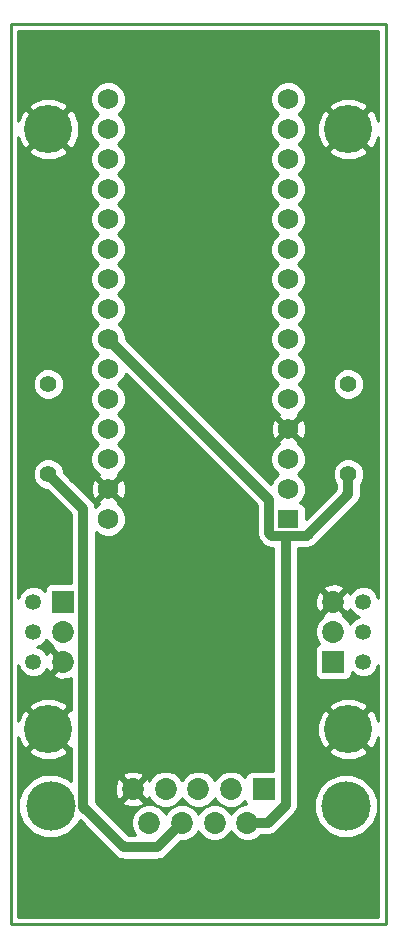
<source format=gbl>
G04 (created by PCBNEW-RS274X (2010-03-14)-final) date Wed 16 Feb 2011 04:18:36 PM PST*
G01*
G70*
G90*
%MOIN*%
G04 Gerber Fmt 3.4, Leading zero omitted, Abs format*
%FSLAX34Y34*%
G04 APERTURE LIST*
%ADD10C,0.006000*%
%ADD11C,0.009000*%
%ADD12C,0.073000*%
%ADD13R,0.073000X0.073000*%
%ADD14C,0.053000*%
%ADD15C,0.165000*%
%ADD16C,0.055000*%
%ADD17C,0.160000*%
%ADD18R,0.069000X0.060000*%
%ADD19C,0.069000*%
%ADD20C,0.032000*%
%ADD21C,0.010000*%
G04 APERTURE END LIST*
G54D10*
G54D11*
X59250Y-25000D02*
X46750Y-25000D01*
X59250Y-55000D02*
X59250Y-25000D01*
X46750Y-55000D02*
X59250Y-55000D01*
X46750Y-25000D02*
X46750Y-55000D01*
G54D12*
X48500Y-45250D03*
X48500Y-46250D03*
G54D13*
X48500Y-44250D03*
G54D14*
X47500Y-44250D03*
X47500Y-45250D03*
X47500Y-46250D03*
G54D12*
X57500Y-45250D03*
X57500Y-44250D03*
G54D13*
X57500Y-46250D03*
G54D14*
X58500Y-46250D03*
X58500Y-45250D03*
X58500Y-44250D03*
G54D12*
X53000Y-50500D03*
X51910Y-50500D03*
X50820Y-50500D03*
X54090Y-50500D03*
G54D13*
X55180Y-50500D03*
G54D12*
X54635Y-51620D03*
X53545Y-51620D03*
X52455Y-51620D03*
X51365Y-51620D03*
G54D15*
X48080Y-51060D03*
X57920Y-51060D03*
G54D16*
X58000Y-37000D03*
X58000Y-40000D03*
X48000Y-37000D03*
X48000Y-40000D03*
G54D17*
X58000Y-48500D03*
X48000Y-48500D03*
X58000Y-28500D03*
X48000Y-28500D03*
G54D18*
X56000Y-41500D03*
G54D19*
X56000Y-40500D03*
X56000Y-39500D03*
X56000Y-38500D03*
X56000Y-37500D03*
X56000Y-36500D03*
X56000Y-35500D03*
X56000Y-34500D03*
X56000Y-33500D03*
X56000Y-32500D03*
X56000Y-31500D03*
X56000Y-30500D03*
X56000Y-29500D03*
X56000Y-28500D03*
X56000Y-27500D03*
X50000Y-27500D03*
X50000Y-28500D03*
X50000Y-29500D03*
X50000Y-30500D03*
X50000Y-31500D03*
X50000Y-32500D03*
X50000Y-33500D03*
X50000Y-34500D03*
X50000Y-35500D03*
X50000Y-36500D03*
X50000Y-37500D03*
X50000Y-38500D03*
X50000Y-39500D03*
X50000Y-40500D03*
X50000Y-41500D03*
G54D20*
X55458Y-42064D02*
X55914Y-42064D01*
X55366Y-41972D02*
X55458Y-42064D01*
X55366Y-40866D02*
X55366Y-41972D01*
X50000Y-35500D02*
X55366Y-40866D01*
X58000Y-40673D02*
X58000Y-40000D01*
X56609Y-42064D02*
X58000Y-40673D01*
X55914Y-42064D02*
X56609Y-42064D01*
X55318Y-51620D02*
X54635Y-51620D01*
X55914Y-51024D02*
X55318Y-51620D01*
X55914Y-42064D02*
X55914Y-51024D01*
X51636Y-52439D02*
X52455Y-51620D01*
X50514Y-52439D02*
X51636Y-52439D01*
X49169Y-51094D02*
X50514Y-52439D01*
X49169Y-41169D02*
X49169Y-51094D01*
X48000Y-40000D02*
X49169Y-41169D01*
G54D21*
X46995Y-25245D02*
X59005Y-25245D01*
X46995Y-25325D02*
X59005Y-25325D01*
X46995Y-25405D02*
X59005Y-25405D01*
X46995Y-25485D02*
X59005Y-25485D01*
X46995Y-25565D02*
X59005Y-25565D01*
X46995Y-25645D02*
X59005Y-25645D01*
X46995Y-25725D02*
X59005Y-25725D01*
X46995Y-25805D02*
X59005Y-25805D01*
X46995Y-25885D02*
X59005Y-25885D01*
X46995Y-25965D02*
X59005Y-25965D01*
X46995Y-26045D02*
X59005Y-26045D01*
X46995Y-26125D02*
X59005Y-26125D01*
X46995Y-26205D02*
X59005Y-26205D01*
X46995Y-26285D02*
X59005Y-26285D01*
X46995Y-26365D02*
X59005Y-26365D01*
X46995Y-26445D02*
X59005Y-26445D01*
X46995Y-26525D02*
X59005Y-26525D01*
X46995Y-26605D02*
X59005Y-26605D01*
X46995Y-26685D02*
X59005Y-26685D01*
X46995Y-26765D02*
X59005Y-26765D01*
X46995Y-26845D02*
X59005Y-26845D01*
X46995Y-26925D02*
X49836Y-26925D01*
X50164Y-26925D02*
X55836Y-26925D01*
X56164Y-26925D02*
X59005Y-26925D01*
X46995Y-27005D02*
X49655Y-27005D01*
X50345Y-27005D02*
X55655Y-27005D01*
X56345Y-27005D02*
X59005Y-27005D01*
X46995Y-27085D02*
X49575Y-27085D01*
X50425Y-27085D02*
X55575Y-27085D01*
X56425Y-27085D02*
X59005Y-27085D01*
X46995Y-27165D02*
X49497Y-27165D01*
X50505Y-27165D02*
X55497Y-27165D01*
X56505Y-27165D02*
X59005Y-27165D01*
X46995Y-27245D02*
X49463Y-27245D01*
X50538Y-27245D02*
X55463Y-27245D01*
X56538Y-27245D02*
X59005Y-27245D01*
X46995Y-27325D02*
X49430Y-27325D01*
X50571Y-27325D02*
X55430Y-27325D01*
X56571Y-27325D02*
X59005Y-27325D01*
X46995Y-27405D02*
X49406Y-27405D01*
X50594Y-27405D02*
X55406Y-27405D01*
X56594Y-27405D02*
X59005Y-27405D01*
X46995Y-27485D02*
X47758Y-27485D01*
X48234Y-27485D02*
X49406Y-27485D01*
X50594Y-27485D02*
X55406Y-27485D01*
X56594Y-27485D02*
X57758Y-27485D01*
X58234Y-27485D02*
X59005Y-27485D01*
X46995Y-27565D02*
X47564Y-27565D01*
X48432Y-27565D02*
X49406Y-27565D01*
X50594Y-27565D02*
X55406Y-27565D01*
X56594Y-27565D02*
X57564Y-27565D01*
X58432Y-27565D02*
X59005Y-27565D01*
X46995Y-27645D02*
X47411Y-27645D01*
X48590Y-27645D02*
X49417Y-27645D01*
X50582Y-27645D02*
X55417Y-27645D01*
X56582Y-27645D02*
X57411Y-27645D01*
X58590Y-27645D02*
X59005Y-27645D01*
X46995Y-27725D02*
X47364Y-27725D01*
X48637Y-27725D02*
X49450Y-27725D01*
X50549Y-27725D02*
X55450Y-27725D01*
X56549Y-27725D02*
X57364Y-27725D01*
X58637Y-27725D02*
X59005Y-27725D01*
X46995Y-27805D02*
X47376Y-27805D01*
X48624Y-27805D02*
X49483Y-27805D01*
X50516Y-27805D02*
X55483Y-27805D01*
X56516Y-27805D02*
X57376Y-27805D01*
X58624Y-27805D02*
X59005Y-27805D01*
X46995Y-27885D02*
X47189Y-27885D01*
X47314Y-27885D02*
X47456Y-27885D01*
X48544Y-27885D02*
X48686Y-27885D01*
X48812Y-27885D02*
X49544Y-27885D01*
X50454Y-27885D02*
X55545Y-27885D01*
X56454Y-27885D02*
X57189Y-27885D01*
X57314Y-27885D02*
X57456Y-27885D01*
X58544Y-27885D02*
X58686Y-27885D01*
X58812Y-27885D02*
X59005Y-27885D01*
X46995Y-27965D02*
X47107Y-27965D01*
X47394Y-27965D02*
X47536Y-27965D01*
X48464Y-27965D02*
X48606Y-27965D01*
X48894Y-27965D02*
X49624Y-27965D01*
X50374Y-27965D02*
X55625Y-27965D01*
X56374Y-27965D02*
X57107Y-27965D01*
X57394Y-27965D02*
X57536Y-27965D01*
X58464Y-27965D02*
X58606Y-27965D01*
X58895Y-27965D02*
X59005Y-27965D01*
X46995Y-28045D02*
X47075Y-28045D01*
X47474Y-28045D02*
X47616Y-28045D01*
X48384Y-28045D02*
X48526Y-28045D01*
X48928Y-28045D02*
X49615Y-28045D01*
X50386Y-28045D02*
X55615Y-28045D01*
X56386Y-28045D02*
X57075Y-28045D01*
X57474Y-28045D02*
X57616Y-28045D01*
X58384Y-28045D02*
X58526Y-28045D01*
X58928Y-28045D02*
X59005Y-28045D01*
X46995Y-28125D02*
X47042Y-28125D01*
X47554Y-28125D02*
X47696Y-28125D01*
X48304Y-28125D02*
X48446Y-28125D01*
X48961Y-28125D02*
X49535Y-28125D01*
X50466Y-28125D02*
X55535Y-28125D01*
X56466Y-28125D02*
X57043Y-28125D01*
X57554Y-28125D02*
X57696Y-28125D01*
X58304Y-28125D02*
X58446Y-28125D01*
X58961Y-28125D02*
X59005Y-28125D01*
X46995Y-28205D02*
X47010Y-28205D01*
X47634Y-28205D02*
X47776Y-28205D01*
X48224Y-28205D02*
X48366Y-28205D01*
X48994Y-28205D02*
X49480Y-28205D01*
X50521Y-28205D02*
X55480Y-28205D01*
X56521Y-28205D02*
X57010Y-28205D01*
X57634Y-28205D02*
X57776Y-28205D01*
X58224Y-28205D02*
X58366Y-28205D01*
X58994Y-28205D02*
X59005Y-28205D01*
X47714Y-28285D02*
X47856Y-28285D01*
X48144Y-28285D02*
X48286Y-28285D01*
X49027Y-28285D02*
X49447Y-28285D01*
X50554Y-28285D02*
X55447Y-28285D01*
X56554Y-28285D02*
X56978Y-28285D01*
X57714Y-28285D02*
X57856Y-28285D01*
X58144Y-28285D02*
X58286Y-28285D01*
X47794Y-28365D02*
X47936Y-28365D01*
X48064Y-28365D02*
X48206Y-28365D01*
X49028Y-28365D02*
X49414Y-28365D01*
X50587Y-28365D02*
X55414Y-28365D01*
X56587Y-28365D02*
X56970Y-28365D01*
X57794Y-28365D02*
X57936Y-28365D01*
X58064Y-28365D02*
X58206Y-28365D01*
X47874Y-28445D02*
X48126Y-28445D01*
X49029Y-28445D02*
X49406Y-28445D01*
X50594Y-28445D02*
X55406Y-28445D01*
X56594Y-28445D02*
X56971Y-28445D01*
X57874Y-28445D02*
X58126Y-28445D01*
X47904Y-28525D02*
X48096Y-28525D01*
X49029Y-28525D02*
X49406Y-28525D01*
X50594Y-28525D02*
X55406Y-28525D01*
X56594Y-28525D02*
X56971Y-28525D01*
X57904Y-28525D02*
X58096Y-28525D01*
X47824Y-28605D02*
X47966Y-28605D01*
X48034Y-28605D02*
X48176Y-28605D01*
X49030Y-28605D02*
X49406Y-28605D01*
X50594Y-28605D02*
X55406Y-28605D01*
X56594Y-28605D02*
X56972Y-28605D01*
X57824Y-28605D02*
X57966Y-28605D01*
X58034Y-28605D02*
X58176Y-28605D01*
X47744Y-28685D02*
X47886Y-28685D01*
X48114Y-28685D02*
X48256Y-28685D01*
X49030Y-28685D02*
X49433Y-28685D01*
X50566Y-28685D02*
X55433Y-28685D01*
X56566Y-28685D02*
X56972Y-28685D01*
X57744Y-28685D02*
X57886Y-28685D01*
X58114Y-28685D02*
X58256Y-28685D01*
X47664Y-28765D02*
X47806Y-28765D01*
X48194Y-28765D02*
X48336Y-28765D01*
X49002Y-28765D02*
X49466Y-28765D01*
X50532Y-28765D02*
X55466Y-28765D01*
X56532Y-28765D02*
X56994Y-28765D01*
X57664Y-28765D02*
X57806Y-28765D01*
X58194Y-28765D02*
X58336Y-28765D01*
X59002Y-28765D02*
X59005Y-28765D01*
X46995Y-28845D02*
X47027Y-28845D01*
X47584Y-28845D02*
X47726Y-28845D01*
X48274Y-28845D02*
X48416Y-28845D01*
X48970Y-28845D02*
X49505Y-28845D01*
X50494Y-28845D02*
X55505Y-28845D01*
X56495Y-28845D02*
X57027Y-28845D01*
X57584Y-28845D02*
X57726Y-28845D01*
X58274Y-28845D02*
X58416Y-28845D01*
X58969Y-28845D02*
X59005Y-28845D01*
X46995Y-28925D02*
X47060Y-28925D01*
X47504Y-28925D02*
X47646Y-28925D01*
X48354Y-28925D02*
X48496Y-28925D01*
X48937Y-28925D02*
X49585Y-28925D01*
X50414Y-28925D02*
X55585Y-28925D01*
X56415Y-28925D02*
X57060Y-28925D01*
X57504Y-28925D02*
X57646Y-28925D01*
X58354Y-28925D02*
X58496Y-28925D01*
X58937Y-28925D02*
X59005Y-28925D01*
X46995Y-29005D02*
X47093Y-29005D01*
X47424Y-29005D02*
X47566Y-29005D01*
X48434Y-29005D02*
X48576Y-29005D01*
X48905Y-29005D02*
X49655Y-29005D01*
X50345Y-29005D02*
X55655Y-29005D01*
X56345Y-29005D02*
X57093Y-29005D01*
X57424Y-29005D02*
X57566Y-29005D01*
X58434Y-29005D02*
X58576Y-29005D01*
X58905Y-29005D02*
X59005Y-29005D01*
X46995Y-29085D02*
X47138Y-29085D01*
X47344Y-29085D02*
X47486Y-29085D01*
X48514Y-29085D02*
X48656Y-29085D01*
X48861Y-29085D02*
X49575Y-29085D01*
X50425Y-29085D02*
X55575Y-29085D01*
X56425Y-29085D02*
X57138Y-29085D01*
X57344Y-29085D02*
X57486Y-29085D01*
X58514Y-29085D02*
X58656Y-29085D01*
X58861Y-29085D02*
X59005Y-29085D01*
X46995Y-29165D02*
X47406Y-29165D01*
X48594Y-29165D02*
X49497Y-29165D01*
X50505Y-29165D02*
X55497Y-29165D01*
X56505Y-29165D02*
X57406Y-29165D01*
X58594Y-29165D02*
X59005Y-29165D01*
X46995Y-29245D02*
X47345Y-29245D01*
X48654Y-29245D02*
X49463Y-29245D01*
X50538Y-29245D02*
X55463Y-29245D01*
X56538Y-29245D02*
X57345Y-29245D01*
X58654Y-29245D02*
X59005Y-29245D01*
X46995Y-29325D02*
X47392Y-29325D01*
X48607Y-29325D02*
X49430Y-29325D01*
X50571Y-29325D02*
X55430Y-29325D01*
X56571Y-29325D02*
X57392Y-29325D01*
X58607Y-29325D02*
X59005Y-29325D01*
X46995Y-29405D02*
X47493Y-29405D01*
X48508Y-29405D02*
X49406Y-29405D01*
X50594Y-29405D02*
X55406Y-29405D01*
X56594Y-29405D02*
X57493Y-29405D01*
X58508Y-29405D02*
X59005Y-29405D01*
X46995Y-29485D02*
X47692Y-29485D01*
X48315Y-29485D02*
X49406Y-29485D01*
X50594Y-29485D02*
X55406Y-29485D01*
X56594Y-29485D02*
X57692Y-29485D01*
X58315Y-29485D02*
X59005Y-29485D01*
X46995Y-29565D02*
X49406Y-29565D01*
X50594Y-29565D02*
X55406Y-29565D01*
X56594Y-29565D02*
X59005Y-29565D01*
X46995Y-29645D02*
X49417Y-29645D01*
X50582Y-29645D02*
X55417Y-29645D01*
X56582Y-29645D02*
X59005Y-29645D01*
X46995Y-29725D02*
X49450Y-29725D01*
X50549Y-29725D02*
X55450Y-29725D01*
X56549Y-29725D02*
X59005Y-29725D01*
X46995Y-29805D02*
X49483Y-29805D01*
X50516Y-29805D02*
X55483Y-29805D01*
X56516Y-29805D02*
X59005Y-29805D01*
X46995Y-29885D02*
X49545Y-29885D01*
X50454Y-29885D02*
X55545Y-29885D01*
X56454Y-29885D02*
X59005Y-29885D01*
X46995Y-29965D02*
X49625Y-29965D01*
X50373Y-29965D02*
X55625Y-29965D01*
X56374Y-29965D02*
X59005Y-29965D01*
X46995Y-30045D02*
X49614Y-30045D01*
X50385Y-30045D02*
X55615Y-30045D01*
X56386Y-30045D02*
X59005Y-30045D01*
X46995Y-30125D02*
X49535Y-30125D01*
X50465Y-30125D02*
X55535Y-30125D01*
X56466Y-30125D02*
X59005Y-30125D01*
X46995Y-30205D02*
X49480Y-30205D01*
X50521Y-30205D02*
X55480Y-30205D01*
X56521Y-30205D02*
X59005Y-30205D01*
X46995Y-30285D02*
X49447Y-30285D01*
X50554Y-30285D02*
X55447Y-30285D01*
X56554Y-30285D02*
X59005Y-30285D01*
X46995Y-30365D02*
X49414Y-30365D01*
X50587Y-30365D02*
X55414Y-30365D01*
X56587Y-30365D02*
X59005Y-30365D01*
X46995Y-30445D02*
X49406Y-30445D01*
X50594Y-30445D02*
X55406Y-30445D01*
X56594Y-30445D02*
X59005Y-30445D01*
X46995Y-30525D02*
X49406Y-30525D01*
X50594Y-30525D02*
X55406Y-30525D01*
X56594Y-30525D02*
X59005Y-30525D01*
X46995Y-30605D02*
X49406Y-30605D01*
X50594Y-30605D02*
X55406Y-30605D01*
X56594Y-30605D02*
X59005Y-30605D01*
X46995Y-30685D02*
X49433Y-30685D01*
X50566Y-30685D02*
X55433Y-30685D01*
X56566Y-30685D02*
X59005Y-30685D01*
X46995Y-30765D02*
X49466Y-30765D01*
X50532Y-30765D02*
X55466Y-30765D01*
X56532Y-30765D02*
X59005Y-30765D01*
X46995Y-30845D02*
X49504Y-30845D01*
X50494Y-30845D02*
X55505Y-30845D01*
X56494Y-30845D02*
X59005Y-30845D01*
X46995Y-30925D02*
X49584Y-30925D01*
X50413Y-30925D02*
X55585Y-30925D01*
X56414Y-30925D02*
X59005Y-30925D01*
X46995Y-31005D02*
X49655Y-31005D01*
X50345Y-31005D02*
X55655Y-31005D01*
X56346Y-31005D02*
X59005Y-31005D01*
X46995Y-31085D02*
X49575Y-31085D01*
X50425Y-31085D02*
X55575Y-31085D01*
X56426Y-31085D02*
X59005Y-31085D01*
X46995Y-31165D02*
X49497Y-31165D01*
X50505Y-31165D02*
X55497Y-31165D01*
X56505Y-31165D02*
X59005Y-31165D01*
X46995Y-31245D02*
X49463Y-31245D01*
X50538Y-31245D02*
X55463Y-31245D01*
X56538Y-31245D02*
X59005Y-31245D01*
X46995Y-31325D02*
X49430Y-31325D01*
X50571Y-31325D02*
X55430Y-31325D01*
X56571Y-31325D02*
X59005Y-31325D01*
X46995Y-31405D02*
X49406Y-31405D01*
X50594Y-31405D02*
X55406Y-31405D01*
X56594Y-31405D02*
X59005Y-31405D01*
X46995Y-31485D02*
X49406Y-31485D01*
X50594Y-31485D02*
X55406Y-31485D01*
X56594Y-31485D02*
X59005Y-31485D01*
X46995Y-31565D02*
X49406Y-31565D01*
X50594Y-31565D02*
X55406Y-31565D01*
X56594Y-31565D02*
X59005Y-31565D01*
X46995Y-31645D02*
X49417Y-31645D01*
X50582Y-31645D02*
X55417Y-31645D01*
X56582Y-31645D02*
X59005Y-31645D01*
X46995Y-31725D02*
X49450Y-31725D01*
X50549Y-31725D02*
X55450Y-31725D01*
X56549Y-31725D02*
X59005Y-31725D01*
X46995Y-31805D02*
X49483Y-31805D01*
X50516Y-31805D02*
X55483Y-31805D01*
X56516Y-31805D02*
X59005Y-31805D01*
X46995Y-31885D02*
X49544Y-31885D01*
X50454Y-31885D02*
X55545Y-31885D01*
X56454Y-31885D02*
X59005Y-31885D01*
X46995Y-31965D02*
X49624Y-31965D01*
X50374Y-31965D02*
X55625Y-31965D01*
X56374Y-31965D02*
X59005Y-31965D01*
X46995Y-32045D02*
X49615Y-32045D01*
X50385Y-32045D02*
X55615Y-32045D01*
X56386Y-32045D02*
X59005Y-32045D01*
X46995Y-32125D02*
X49535Y-32125D01*
X50465Y-32125D02*
X55535Y-32125D01*
X56466Y-32125D02*
X59005Y-32125D01*
X46995Y-32205D02*
X49480Y-32205D01*
X50521Y-32205D02*
X55480Y-32205D01*
X56521Y-32205D02*
X59005Y-32205D01*
X46995Y-32285D02*
X49447Y-32285D01*
X50554Y-32285D02*
X55447Y-32285D01*
X56554Y-32285D02*
X59005Y-32285D01*
X46995Y-32365D02*
X49414Y-32365D01*
X50587Y-32365D02*
X55414Y-32365D01*
X56587Y-32365D02*
X59005Y-32365D01*
X46995Y-32445D02*
X49406Y-32445D01*
X50594Y-32445D02*
X55406Y-32445D01*
X56594Y-32445D02*
X59005Y-32445D01*
X46995Y-32525D02*
X49406Y-32525D01*
X50594Y-32525D02*
X55406Y-32525D01*
X56594Y-32525D02*
X59005Y-32525D01*
X46995Y-32605D02*
X49406Y-32605D01*
X50594Y-32605D02*
X55406Y-32605D01*
X56594Y-32605D02*
X59005Y-32605D01*
X46995Y-32685D02*
X49433Y-32685D01*
X50566Y-32685D02*
X55433Y-32685D01*
X56566Y-32685D02*
X59005Y-32685D01*
X46995Y-32765D02*
X49466Y-32765D01*
X50532Y-32765D02*
X55466Y-32765D01*
X56532Y-32765D02*
X59005Y-32765D01*
X46995Y-32845D02*
X49504Y-32845D01*
X50494Y-32845D02*
X55505Y-32845D01*
X56494Y-32845D02*
X59005Y-32845D01*
X46995Y-32925D02*
X49584Y-32925D01*
X50414Y-32925D02*
X55585Y-32925D01*
X56413Y-32925D02*
X59005Y-32925D01*
X46995Y-33005D02*
X49655Y-33005D01*
X50345Y-33005D02*
X55655Y-33005D01*
X56345Y-33005D02*
X59005Y-33005D01*
X46995Y-33085D02*
X49575Y-33085D01*
X50425Y-33085D02*
X55575Y-33085D01*
X56425Y-33085D02*
X59005Y-33085D01*
X46995Y-33165D02*
X49497Y-33165D01*
X50505Y-33165D02*
X55497Y-33165D01*
X56505Y-33165D02*
X59005Y-33165D01*
X46995Y-33245D02*
X49463Y-33245D01*
X50538Y-33245D02*
X55463Y-33245D01*
X56538Y-33245D02*
X59005Y-33245D01*
X46995Y-33325D02*
X49430Y-33325D01*
X50571Y-33325D02*
X55430Y-33325D01*
X56571Y-33325D02*
X59005Y-33325D01*
X46995Y-33405D02*
X49406Y-33405D01*
X50594Y-33405D02*
X55406Y-33405D01*
X56594Y-33405D02*
X59005Y-33405D01*
X46995Y-33485D02*
X49406Y-33485D01*
X50594Y-33485D02*
X55406Y-33485D01*
X56594Y-33485D02*
X59005Y-33485D01*
X46995Y-33565D02*
X49406Y-33565D01*
X50594Y-33565D02*
X55406Y-33565D01*
X56594Y-33565D02*
X59005Y-33565D01*
X46995Y-33645D02*
X49417Y-33645D01*
X50582Y-33645D02*
X55417Y-33645D01*
X56582Y-33645D02*
X59005Y-33645D01*
X46995Y-33725D02*
X49450Y-33725D01*
X50549Y-33725D02*
X55450Y-33725D01*
X56549Y-33725D02*
X59005Y-33725D01*
X46995Y-33805D02*
X49483Y-33805D01*
X50516Y-33805D02*
X55483Y-33805D01*
X56516Y-33805D02*
X59005Y-33805D01*
X46995Y-33885D02*
X49545Y-33885D01*
X50454Y-33885D02*
X55545Y-33885D01*
X56455Y-33885D02*
X59005Y-33885D01*
X46995Y-33965D02*
X49625Y-33965D01*
X50374Y-33965D02*
X55625Y-33965D01*
X56375Y-33965D02*
X59005Y-33965D01*
X46995Y-34045D02*
X49615Y-34045D01*
X50385Y-34045D02*
X55615Y-34045D01*
X56385Y-34045D02*
X59005Y-34045D01*
X46995Y-34125D02*
X49535Y-34125D01*
X50465Y-34125D02*
X55535Y-34125D01*
X56465Y-34125D02*
X59005Y-34125D01*
X46995Y-34205D02*
X49480Y-34205D01*
X50521Y-34205D02*
X55480Y-34205D01*
X56521Y-34205D02*
X59005Y-34205D01*
X46995Y-34285D02*
X49447Y-34285D01*
X50554Y-34285D02*
X55447Y-34285D01*
X56554Y-34285D02*
X59005Y-34285D01*
X46995Y-34365D02*
X49414Y-34365D01*
X50587Y-34365D02*
X55414Y-34365D01*
X56587Y-34365D02*
X59005Y-34365D01*
X46995Y-34445D02*
X49406Y-34445D01*
X50594Y-34445D02*
X55406Y-34445D01*
X56594Y-34445D02*
X59005Y-34445D01*
X46995Y-34525D02*
X49406Y-34525D01*
X50594Y-34525D02*
X55406Y-34525D01*
X56594Y-34525D02*
X59005Y-34525D01*
X46995Y-34605D02*
X49406Y-34605D01*
X50594Y-34605D02*
X55406Y-34605D01*
X56594Y-34605D02*
X59005Y-34605D01*
X46995Y-34685D02*
X49433Y-34685D01*
X50566Y-34685D02*
X55433Y-34685D01*
X56566Y-34685D02*
X59005Y-34685D01*
X46995Y-34765D02*
X49466Y-34765D01*
X50532Y-34765D02*
X55466Y-34765D01*
X56532Y-34765D02*
X59005Y-34765D01*
X46995Y-34845D02*
X49504Y-34845D01*
X50495Y-34845D02*
X55505Y-34845D01*
X56495Y-34845D02*
X59005Y-34845D01*
X46995Y-34925D02*
X49584Y-34925D01*
X50415Y-34925D02*
X55585Y-34925D01*
X56415Y-34925D02*
X59005Y-34925D01*
X46995Y-35005D02*
X49655Y-35005D01*
X50345Y-35005D02*
X55655Y-35005D01*
X56345Y-35005D02*
X59005Y-35005D01*
X46995Y-35085D02*
X49575Y-35085D01*
X50425Y-35085D02*
X55575Y-35085D01*
X56425Y-35085D02*
X59005Y-35085D01*
X46995Y-35165D02*
X49497Y-35165D01*
X50505Y-35165D02*
X55497Y-35165D01*
X56505Y-35165D02*
X59005Y-35165D01*
X46995Y-35245D02*
X49463Y-35245D01*
X50538Y-35245D02*
X55463Y-35245D01*
X56538Y-35245D02*
X59005Y-35245D01*
X46995Y-35325D02*
X49430Y-35325D01*
X50571Y-35325D02*
X55430Y-35325D01*
X56571Y-35325D02*
X59005Y-35325D01*
X46995Y-35405D02*
X49406Y-35405D01*
X50594Y-35405D02*
X55406Y-35405D01*
X56594Y-35405D02*
X59005Y-35405D01*
X46995Y-35485D02*
X49406Y-35485D01*
X50594Y-35485D02*
X55406Y-35485D01*
X56594Y-35485D02*
X59005Y-35485D01*
X46995Y-35565D02*
X49406Y-35565D01*
X50645Y-35565D02*
X55406Y-35565D01*
X56594Y-35565D02*
X59005Y-35565D01*
X46995Y-35645D02*
X49417Y-35645D01*
X50725Y-35645D02*
X55417Y-35645D01*
X56582Y-35645D02*
X59005Y-35645D01*
X46995Y-35725D02*
X49450Y-35725D01*
X50805Y-35725D02*
X55450Y-35725D01*
X56549Y-35725D02*
X59005Y-35725D01*
X46995Y-35805D02*
X49483Y-35805D01*
X50885Y-35805D02*
X55483Y-35805D01*
X56516Y-35805D02*
X59005Y-35805D01*
X46995Y-35885D02*
X49544Y-35885D01*
X50965Y-35885D02*
X55545Y-35885D01*
X56454Y-35885D02*
X59005Y-35885D01*
X46995Y-35965D02*
X49624Y-35965D01*
X51045Y-35965D02*
X55625Y-35965D01*
X56374Y-35965D02*
X59005Y-35965D01*
X46995Y-36045D02*
X49615Y-36045D01*
X51125Y-36045D02*
X55615Y-36045D01*
X56386Y-36045D02*
X59005Y-36045D01*
X46995Y-36125D02*
X49535Y-36125D01*
X51205Y-36125D02*
X55535Y-36125D01*
X56466Y-36125D02*
X59005Y-36125D01*
X46995Y-36205D02*
X49480Y-36205D01*
X51285Y-36205D02*
X55480Y-36205D01*
X56521Y-36205D02*
X59005Y-36205D01*
X46995Y-36285D02*
X49447Y-36285D01*
X51365Y-36285D02*
X55447Y-36285D01*
X56554Y-36285D02*
X59005Y-36285D01*
X46995Y-36365D02*
X49414Y-36365D01*
X51445Y-36365D02*
X55414Y-36365D01*
X56587Y-36365D02*
X59005Y-36365D01*
X46995Y-36445D02*
X49406Y-36445D01*
X51525Y-36445D02*
X55406Y-36445D01*
X56594Y-36445D02*
X59005Y-36445D01*
X46995Y-36525D02*
X47776Y-36525D01*
X48226Y-36525D02*
X49406Y-36525D01*
X51605Y-36525D02*
X55406Y-36525D01*
X56594Y-36525D02*
X57776Y-36525D01*
X58226Y-36525D02*
X59005Y-36525D01*
X46995Y-36605D02*
X47653Y-36605D01*
X48348Y-36605D02*
X49406Y-36605D01*
X51685Y-36605D02*
X55406Y-36605D01*
X56594Y-36605D02*
X57653Y-36605D01*
X58348Y-36605D02*
X59005Y-36605D01*
X46995Y-36685D02*
X47573Y-36685D01*
X48428Y-36685D02*
X49433Y-36685D01*
X50565Y-36685D02*
X50605Y-36685D01*
X51765Y-36685D02*
X55433Y-36685D01*
X56566Y-36685D02*
X57573Y-36685D01*
X58428Y-36685D02*
X59005Y-36685D01*
X46995Y-36765D02*
X47529Y-36765D01*
X48471Y-36765D02*
X49466Y-36765D01*
X50532Y-36765D02*
X50685Y-36765D01*
X51845Y-36765D02*
X55466Y-36765D01*
X56532Y-36765D02*
X57529Y-36765D01*
X58471Y-36765D02*
X59005Y-36765D01*
X46995Y-36845D02*
X47496Y-36845D01*
X48504Y-36845D02*
X49504Y-36845D01*
X50494Y-36845D02*
X50765Y-36845D01*
X51925Y-36845D02*
X55505Y-36845D01*
X56495Y-36845D02*
X57496Y-36845D01*
X58504Y-36845D02*
X59005Y-36845D01*
X46995Y-36925D02*
X47475Y-36925D01*
X48525Y-36925D02*
X49584Y-36925D01*
X50414Y-36925D02*
X50845Y-36925D01*
X52005Y-36925D02*
X55585Y-36925D01*
X56415Y-36925D02*
X57475Y-36925D01*
X58525Y-36925D02*
X59005Y-36925D01*
X46995Y-37005D02*
X47475Y-37005D01*
X48525Y-37005D02*
X49655Y-37005D01*
X50345Y-37005D02*
X50925Y-37005D01*
X52085Y-37005D02*
X55655Y-37005D01*
X56345Y-37005D02*
X57475Y-37005D01*
X58525Y-37005D02*
X59005Y-37005D01*
X46995Y-37085D02*
X47475Y-37085D01*
X48525Y-37085D02*
X49575Y-37085D01*
X50425Y-37085D02*
X51005Y-37085D01*
X52165Y-37085D02*
X55575Y-37085D01*
X56425Y-37085D02*
X57475Y-37085D01*
X58525Y-37085D02*
X59005Y-37085D01*
X46995Y-37165D02*
X47500Y-37165D01*
X48500Y-37165D02*
X49497Y-37165D01*
X50505Y-37165D02*
X51085Y-37165D01*
X52245Y-37165D02*
X55497Y-37165D01*
X56505Y-37165D02*
X57500Y-37165D01*
X58500Y-37165D02*
X59005Y-37165D01*
X46995Y-37245D02*
X47533Y-37245D01*
X48466Y-37245D02*
X49463Y-37245D01*
X50538Y-37245D02*
X51165Y-37245D01*
X52325Y-37245D02*
X55463Y-37245D01*
X56538Y-37245D02*
X57533Y-37245D01*
X58466Y-37245D02*
X59005Y-37245D01*
X46995Y-37325D02*
X47582Y-37325D01*
X48417Y-37325D02*
X49430Y-37325D01*
X50571Y-37325D02*
X51245Y-37325D01*
X52405Y-37325D02*
X55430Y-37325D01*
X56571Y-37325D02*
X57582Y-37325D01*
X58417Y-37325D02*
X59005Y-37325D01*
X46995Y-37405D02*
X47662Y-37405D01*
X48337Y-37405D02*
X49406Y-37405D01*
X50594Y-37405D02*
X51325Y-37405D01*
X52485Y-37405D02*
X55406Y-37405D01*
X56594Y-37405D02*
X57662Y-37405D01*
X58337Y-37405D02*
X59005Y-37405D01*
X46995Y-37485D02*
X47798Y-37485D01*
X48200Y-37485D02*
X49406Y-37485D01*
X50594Y-37485D02*
X51405Y-37485D01*
X52565Y-37485D02*
X55406Y-37485D01*
X56594Y-37485D02*
X57798Y-37485D01*
X58200Y-37485D02*
X59005Y-37485D01*
X46995Y-37565D02*
X49406Y-37565D01*
X50594Y-37565D02*
X51485Y-37565D01*
X52645Y-37565D02*
X55406Y-37565D01*
X56594Y-37565D02*
X59005Y-37565D01*
X46995Y-37645D02*
X49417Y-37645D01*
X50582Y-37645D02*
X51565Y-37645D01*
X52725Y-37645D02*
X55417Y-37645D01*
X56582Y-37645D02*
X59005Y-37645D01*
X46995Y-37725D02*
X49450Y-37725D01*
X50549Y-37725D02*
X51645Y-37725D01*
X52805Y-37725D02*
X55450Y-37725D01*
X56549Y-37725D02*
X59005Y-37725D01*
X46995Y-37805D02*
X49483Y-37805D01*
X50516Y-37805D02*
X51725Y-37805D01*
X52885Y-37805D02*
X55483Y-37805D01*
X56516Y-37805D02*
X59005Y-37805D01*
X46995Y-37885D02*
X49544Y-37885D01*
X50454Y-37885D02*
X51805Y-37885D01*
X52965Y-37885D02*
X55545Y-37885D01*
X56455Y-37885D02*
X59005Y-37885D01*
X46995Y-37965D02*
X49624Y-37965D01*
X50374Y-37965D02*
X51885Y-37965D01*
X53045Y-37965D02*
X55625Y-37965D01*
X56375Y-37965D02*
X59005Y-37965D01*
X46995Y-38045D02*
X49615Y-38045D01*
X50385Y-38045D02*
X51965Y-38045D01*
X53125Y-38045D02*
X55675Y-38045D01*
X56325Y-38045D02*
X59005Y-38045D01*
X46995Y-38125D02*
X49535Y-38125D01*
X50465Y-38125D02*
X52045Y-38125D01*
X53205Y-38125D02*
X55696Y-38125D01*
X56304Y-38125D02*
X59005Y-38125D01*
X46995Y-38205D02*
X49480Y-38205D01*
X50521Y-38205D02*
X52125Y-38205D01*
X53285Y-38205D02*
X55488Y-38205D01*
X55634Y-38205D02*
X55776Y-38205D01*
X56224Y-38205D02*
X56366Y-38205D01*
X56514Y-38205D02*
X59005Y-38205D01*
X46995Y-38285D02*
X49447Y-38285D01*
X50554Y-38285D02*
X52205Y-38285D01*
X53365Y-38285D02*
X55458Y-38285D01*
X55714Y-38285D02*
X55856Y-38285D01*
X56144Y-38285D02*
X56286Y-38285D01*
X56548Y-38285D02*
X59005Y-38285D01*
X46995Y-38365D02*
X49414Y-38365D01*
X50587Y-38365D02*
X52285Y-38365D01*
X53445Y-38365D02*
X55429Y-38365D01*
X55794Y-38365D02*
X55936Y-38365D01*
X56064Y-38365D02*
X56206Y-38365D01*
X56579Y-38365D02*
X59005Y-38365D01*
X46995Y-38445D02*
X49406Y-38445D01*
X50594Y-38445D02*
X52365Y-38445D01*
X53525Y-38445D02*
X55413Y-38445D01*
X55874Y-38445D02*
X56126Y-38445D01*
X56582Y-38445D02*
X59005Y-38445D01*
X46995Y-38525D02*
X49406Y-38525D01*
X50594Y-38525D02*
X52445Y-38525D01*
X53605Y-38525D02*
X55416Y-38525D01*
X55904Y-38525D02*
X56096Y-38525D01*
X56586Y-38525D02*
X59005Y-38525D01*
X46995Y-38605D02*
X49406Y-38605D01*
X50594Y-38605D02*
X52525Y-38605D01*
X53685Y-38605D02*
X55420Y-38605D01*
X55824Y-38605D02*
X55966Y-38605D01*
X56034Y-38605D02*
X56176Y-38605D01*
X56582Y-38605D02*
X59005Y-38605D01*
X46995Y-38685D02*
X49433Y-38685D01*
X50566Y-38685D02*
X52605Y-38685D01*
X53765Y-38685D02*
X55440Y-38685D01*
X55744Y-38685D02*
X55886Y-38685D01*
X56114Y-38685D02*
X56256Y-38685D01*
X56553Y-38685D02*
X59005Y-38685D01*
X46995Y-38765D02*
X49466Y-38765D01*
X50532Y-38765D02*
X52685Y-38765D01*
X53845Y-38765D02*
X55473Y-38765D01*
X55664Y-38765D02*
X55806Y-38765D01*
X56194Y-38765D02*
X56336Y-38765D01*
X56523Y-38765D02*
X59005Y-38765D01*
X46995Y-38845D02*
X49505Y-38845D01*
X50494Y-38845D02*
X52765Y-38845D01*
X53925Y-38845D02*
X55726Y-38845D01*
X56274Y-38845D02*
X59005Y-38845D01*
X46995Y-38925D02*
X49585Y-38925D01*
X50413Y-38925D02*
X52845Y-38925D01*
X54005Y-38925D02*
X55665Y-38925D01*
X56334Y-38925D02*
X59005Y-38925D01*
X46995Y-39005D02*
X49655Y-39005D01*
X50345Y-39005D02*
X52925Y-39005D01*
X54085Y-39005D02*
X55655Y-39005D01*
X56345Y-39005D02*
X59005Y-39005D01*
X46995Y-39085D02*
X49575Y-39085D01*
X50425Y-39085D02*
X53005Y-39085D01*
X54165Y-39085D02*
X55575Y-39085D01*
X56425Y-39085D02*
X59005Y-39085D01*
X46995Y-39165D02*
X49497Y-39165D01*
X50505Y-39165D02*
X53085Y-39165D01*
X54245Y-39165D02*
X55497Y-39165D01*
X56505Y-39165D02*
X59005Y-39165D01*
X46995Y-39245D02*
X49463Y-39245D01*
X50538Y-39245D02*
X53165Y-39245D01*
X54325Y-39245D02*
X55463Y-39245D01*
X56538Y-39245D02*
X59005Y-39245D01*
X46995Y-39325D02*
X49430Y-39325D01*
X50571Y-39325D02*
X53245Y-39325D01*
X54405Y-39325D02*
X55430Y-39325D01*
X56571Y-39325D02*
X59005Y-39325D01*
X46995Y-39405D02*
X49406Y-39405D01*
X50594Y-39405D02*
X53325Y-39405D01*
X54485Y-39405D02*
X55406Y-39405D01*
X56594Y-39405D02*
X59005Y-39405D01*
X46995Y-39485D02*
X47871Y-39485D01*
X48130Y-39485D02*
X49406Y-39485D01*
X50594Y-39485D02*
X53405Y-39485D01*
X54565Y-39485D02*
X55406Y-39485D01*
X56594Y-39485D02*
X57871Y-39485D01*
X58130Y-39485D02*
X59005Y-39485D01*
X46995Y-39565D02*
X47693Y-39565D01*
X48308Y-39565D02*
X49406Y-39565D01*
X50594Y-39565D02*
X53485Y-39565D01*
X54645Y-39565D02*
X55406Y-39565D01*
X56594Y-39565D02*
X57693Y-39565D01*
X58308Y-39565D02*
X59005Y-39565D01*
X46995Y-39645D02*
X47613Y-39645D01*
X48388Y-39645D02*
X49417Y-39645D01*
X50582Y-39645D02*
X53565Y-39645D01*
X54725Y-39645D02*
X55417Y-39645D01*
X56582Y-39645D02*
X57613Y-39645D01*
X58388Y-39645D02*
X59005Y-39645D01*
X46995Y-39725D02*
X47546Y-39725D01*
X48455Y-39725D02*
X49450Y-39725D01*
X50549Y-39725D02*
X53645Y-39725D01*
X54805Y-39725D02*
X55450Y-39725D01*
X56549Y-39725D02*
X57546Y-39725D01*
X58455Y-39725D02*
X59005Y-39725D01*
X46995Y-39805D02*
X47513Y-39805D01*
X48488Y-39805D02*
X49483Y-39805D01*
X50516Y-39805D02*
X53725Y-39805D01*
X54885Y-39805D02*
X55483Y-39805D01*
X56516Y-39805D02*
X57513Y-39805D01*
X58488Y-39805D02*
X59005Y-39805D01*
X46995Y-39885D02*
X47480Y-39885D01*
X48521Y-39885D02*
X49545Y-39885D01*
X50455Y-39885D02*
X53805Y-39885D01*
X54965Y-39885D02*
X55545Y-39885D01*
X56454Y-39885D02*
X57480Y-39885D01*
X58521Y-39885D02*
X59005Y-39885D01*
X46995Y-39965D02*
X47475Y-39965D01*
X48545Y-39965D02*
X49625Y-39965D01*
X50375Y-39965D02*
X53885Y-39965D01*
X55045Y-39965D02*
X55625Y-39965D01*
X56374Y-39965D02*
X57475Y-39965D01*
X58525Y-39965D02*
X59005Y-39965D01*
X46995Y-40045D02*
X47475Y-40045D01*
X48625Y-40045D02*
X49675Y-40045D01*
X50325Y-40045D02*
X53965Y-40045D01*
X55125Y-40045D02*
X55615Y-40045D01*
X56385Y-40045D02*
X57475Y-40045D01*
X58525Y-40045D02*
X59005Y-40045D01*
X46995Y-40125D02*
X47483Y-40125D01*
X48705Y-40125D02*
X49696Y-40125D01*
X50304Y-40125D02*
X54045Y-40125D01*
X55205Y-40125D02*
X55535Y-40125D01*
X56465Y-40125D02*
X57483Y-40125D01*
X58516Y-40125D02*
X59005Y-40125D01*
X46995Y-40205D02*
X47516Y-40205D01*
X48785Y-40205D02*
X49488Y-40205D01*
X49634Y-40205D02*
X49776Y-40205D01*
X50224Y-40205D02*
X50366Y-40205D01*
X50514Y-40205D02*
X54125Y-40205D01*
X55285Y-40205D02*
X55480Y-40205D01*
X56521Y-40205D02*
X57516Y-40205D01*
X58483Y-40205D02*
X59005Y-40205D01*
X46995Y-40285D02*
X47550Y-40285D01*
X48865Y-40285D02*
X49458Y-40285D01*
X49714Y-40285D02*
X49856Y-40285D01*
X50144Y-40285D02*
X50286Y-40285D01*
X50548Y-40285D02*
X54205Y-40285D01*
X55365Y-40285D02*
X55447Y-40285D01*
X56554Y-40285D02*
X57550Y-40285D01*
X58450Y-40285D02*
X59005Y-40285D01*
X46995Y-40365D02*
X47622Y-40365D01*
X48945Y-40365D02*
X49429Y-40365D01*
X49794Y-40365D02*
X49936Y-40365D01*
X50064Y-40365D02*
X50206Y-40365D01*
X50579Y-40365D02*
X54285Y-40365D01*
X56587Y-40365D02*
X57590Y-40365D01*
X58410Y-40365D02*
X59005Y-40365D01*
X46995Y-40445D02*
X47702Y-40445D01*
X49025Y-40445D02*
X49413Y-40445D01*
X49874Y-40445D02*
X50126Y-40445D01*
X50582Y-40445D02*
X54365Y-40445D01*
X56594Y-40445D02*
X57590Y-40445D01*
X58410Y-40445D02*
X59005Y-40445D01*
X46995Y-40525D02*
X47945Y-40525D01*
X49105Y-40525D02*
X49416Y-40525D01*
X49904Y-40525D02*
X50096Y-40525D01*
X50586Y-40525D02*
X54445Y-40525D01*
X56594Y-40525D02*
X57568Y-40525D01*
X58410Y-40525D02*
X59005Y-40525D01*
X46995Y-40605D02*
X48025Y-40605D01*
X49185Y-40605D02*
X49420Y-40605D01*
X49824Y-40605D02*
X49966Y-40605D01*
X50034Y-40605D02*
X50176Y-40605D01*
X50582Y-40605D02*
X54525Y-40605D01*
X56594Y-40605D02*
X57488Y-40605D01*
X58410Y-40605D02*
X59005Y-40605D01*
X46995Y-40685D02*
X48105Y-40685D01*
X49265Y-40685D02*
X49440Y-40685D01*
X49744Y-40685D02*
X49886Y-40685D01*
X50114Y-40685D02*
X50256Y-40685D01*
X50553Y-40685D02*
X54605Y-40685D01*
X56566Y-40685D02*
X57408Y-40685D01*
X58407Y-40685D02*
X59005Y-40685D01*
X46995Y-40765D02*
X48185Y-40765D01*
X49345Y-40765D02*
X49473Y-40765D01*
X49664Y-40765D02*
X49806Y-40765D01*
X50194Y-40765D02*
X50336Y-40765D01*
X50523Y-40765D02*
X54685Y-40765D01*
X56532Y-40765D02*
X57328Y-40765D01*
X58391Y-40765D02*
X59005Y-40765D01*
X46995Y-40845D02*
X48265Y-40845D01*
X49425Y-40845D02*
X49726Y-40845D01*
X50274Y-40845D02*
X54765Y-40845D01*
X56495Y-40845D02*
X57248Y-40845D01*
X58368Y-40845D02*
X59005Y-40845D01*
X46995Y-40925D02*
X48345Y-40925D01*
X49490Y-40925D02*
X49665Y-40925D01*
X50334Y-40925D02*
X54845Y-40925D01*
X56415Y-40925D02*
X57168Y-40925D01*
X58315Y-40925D02*
X59005Y-40925D01*
X46995Y-41005D02*
X48425Y-41005D01*
X49544Y-41005D02*
X49655Y-41005D01*
X50346Y-41005D02*
X54925Y-41005D01*
X56502Y-41005D02*
X57088Y-41005D01*
X58248Y-41005D02*
X59005Y-41005D01*
X46995Y-41085D02*
X48505Y-41085D01*
X49563Y-41085D02*
X49574Y-41085D01*
X50426Y-41085D02*
X54956Y-41085D01*
X56567Y-41085D02*
X57008Y-41085D01*
X58168Y-41085D02*
X59005Y-41085D01*
X46995Y-41165D02*
X48585Y-41165D01*
X50505Y-41165D02*
X54956Y-41165D01*
X56594Y-41165D02*
X56928Y-41165D01*
X58088Y-41165D02*
X59005Y-41165D01*
X46995Y-41245D02*
X48665Y-41245D01*
X50538Y-41245D02*
X54956Y-41245D01*
X56594Y-41245D02*
X56848Y-41245D01*
X58008Y-41245D02*
X59005Y-41245D01*
X46995Y-41325D02*
X48745Y-41325D01*
X50571Y-41325D02*
X54956Y-41325D01*
X56594Y-41325D02*
X56768Y-41325D01*
X57928Y-41325D02*
X59005Y-41325D01*
X46995Y-41405D02*
X48759Y-41405D01*
X50594Y-41405D02*
X54956Y-41405D01*
X56594Y-41405D02*
X56688Y-41405D01*
X57848Y-41405D02*
X59005Y-41405D01*
X46995Y-41485D02*
X48759Y-41485D01*
X50594Y-41485D02*
X54956Y-41485D01*
X56594Y-41485D02*
X56608Y-41485D01*
X57768Y-41485D02*
X59005Y-41485D01*
X46995Y-41565D02*
X48759Y-41565D01*
X50594Y-41565D02*
X54956Y-41565D01*
X57688Y-41565D02*
X59005Y-41565D01*
X46995Y-41645D02*
X48759Y-41645D01*
X50582Y-41645D02*
X54956Y-41645D01*
X57608Y-41645D02*
X59005Y-41645D01*
X46995Y-41725D02*
X48759Y-41725D01*
X50549Y-41725D02*
X54956Y-41725D01*
X57528Y-41725D02*
X59005Y-41725D01*
X46995Y-41805D02*
X48759Y-41805D01*
X50516Y-41805D02*
X54956Y-41805D01*
X57448Y-41805D02*
X59005Y-41805D01*
X46995Y-41885D02*
X48759Y-41885D01*
X50455Y-41885D02*
X54956Y-41885D01*
X57368Y-41885D02*
X59005Y-41885D01*
X46995Y-41965D02*
X48759Y-41965D01*
X49579Y-41965D02*
X49625Y-41965D01*
X50375Y-41965D02*
X54956Y-41965D01*
X57288Y-41965D02*
X59005Y-41965D01*
X46995Y-42045D02*
X48759Y-42045D01*
X49579Y-42045D02*
X49764Y-42045D01*
X50236Y-42045D02*
X54970Y-42045D01*
X57208Y-42045D02*
X59005Y-42045D01*
X46995Y-42125D02*
X48759Y-42125D01*
X49579Y-42125D02*
X54986Y-42125D01*
X57128Y-42125D02*
X59005Y-42125D01*
X46995Y-42205D02*
X48759Y-42205D01*
X49579Y-42205D02*
X55037Y-42205D01*
X57048Y-42205D02*
X59005Y-42205D01*
X46995Y-42285D02*
X48759Y-42285D01*
X49579Y-42285D02*
X55099Y-42285D01*
X56968Y-42285D02*
X59005Y-42285D01*
X46995Y-42365D02*
X48759Y-42365D01*
X49579Y-42365D02*
X55184Y-42365D01*
X56882Y-42365D02*
X59005Y-42365D01*
X46995Y-42445D02*
X48759Y-42445D01*
X49579Y-42445D02*
X55311Y-42445D01*
X56755Y-42445D02*
X59005Y-42445D01*
X46995Y-42525D02*
X48759Y-42525D01*
X49579Y-42525D02*
X55504Y-42525D01*
X56324Y-42525D02*
X59005Y-42525D01*
X46995Y-42605D02*
X48759Y-42605D01*
X49579Y-42605D02*
X55504Y-42605D01*
X56324Y-42605D02*
X59005Y-42605D01*
X46995Y-42685D02*
X48759Y-42685D01*
X49579Y-42685D02*
X55504Y-42685D01*
X56324Y-42685D02*
X59005Y-42685D01*
X46995Y-42765D02*
X48759Y-42765D01*
X49579Y-42765D02*
X55504Y-42765D01*
X56324Y-42765D02*
X59005Y-42765D01*
X46995Y-42845D02*
X48759Y-42845D01*
X49579Y-42845D02*
X55504Y-42845D01*
X56324Y-42845D02*
X59005Y-42845D01*
X46995Y-42925D02*
X48759Y-42925D01*
X49579Y-42925D02*
X55504Y-42925D01*
X56324Y-42925D02*
X59005Y-42925D01*
X46995Y-43005D02*
X48759Y-43005D01*
X49579Y-43005D02*
X55504Y-43005D01*
X56324Y-43005D02*
X59005Y-43005D01*
X46995Y-43085D02*
X48759Y-43085D01*
X49579Y-43085D02*
X55504Y-43085D01*
X56324Y-43085D02*
X59005Y-43085D01*
X46995Y-43165D02*
X48759Y-43165D01*
X49579Y-43165D02*
X55504Y-43165D01*
X56324Y-43165D02*
X59005Y-43165D01*
X46995Y-43245D02*
X48759Y-43245D01*
X49579Y-43245D02*
X55504Y-43245D01*
X56324Y-43245D02*
X59005Y-43245D01*
X46995Y-43325D02*
X48759Y-43325D01*
X49579Y-43325D02*
X55504Y-43325D01*
X56324Y-43325D02*
X59005Y-43325D01*
X46995Y-43405D02*
X48759Y-43405D01*
X49579Y-43405D02*
X55504Y-43405D01*
X56324Y-43405D02*
X59005Y-43405D01*
X46995Y-43485D02*
X48759Y-43485D01*
X49579Y-43485D02*
X55504Y-43485D01*
X56324Y-43485D02*
X59005Y-43485D01*
X46995Y-43565D02*
X48759Y-43565D01*
X49579Y-43565D02*
X55504Y-43565D01*
X56324Y-43565D02*
X59005Y-43565D01*
X46995Y-43645D02*
X48065Y-43645D01*
X49579Y-43645D02*
X55504Y-43645D01*
X56324Y-43645D02*
X57548Y-43645D01*
X57601Y-43645D02*
X59005Y-43645D01*
X46995Y-43725D02*
X47943Y-43725D01*
X49579Y-43725D02*
X55504Y-43725D01*
X56324Y-43725D02*
X57180Y-43725D01*
X57820Y-43725D02*
X59005Y-43725D01*
X46995Y-43805D02*
X47229Y-43805D01*
X47771Y-43805D02*
X47899Y-43805D01*
X49579Y-43805D02*
X55504Y-43805D01*
X56324Y-43805D02*
X57154Y-43805D01*
X57847Y-43805D02*
X58229Y-43805D01*
X58771Y-43805D02*
X59005Y-43805D01*
X46995Y-43885D02*
X47137Y-43885D01*
X47863Y-43885D02*
X47886Y-43885D01*
X49579Y-43885D02*
X55504Y-43885D01*
X56324Y-43885D02*
X57205Y-43885D01*
X57794Y-43885D02*
X58137Y-43885D01*
X58863Y-43885D02*
X59005Y-43885D01*
X46995Y-43965D02*
X47062Y-43965D01*
X49579Y-43965D02*
X55504Y-43965D01*
X56324Y-43965D02*
X56963Y-43965D01*
X57145Y-43965D02*
X57285Y-43965D01*
X57714Y-43965D02*
X57856Y-43965D01*
X58040Y-43965D02*
X58062Y-43965D01*
X58940Y-43965D02*
X59005Y-43965D01*
X46995Y-44045D02*
X47028Y-44045D01*
X49579Y-44045D02*
X55504Y-44045D01*
X56324Y-44045D02*
X56934Y-44045D01*
X57225Y-44045D02*
X57365Y-44045D01*
X57634Y-44045D02*
X57776Y-44045D01*
X58973Y-44045D02*
X59005Y-44045D01*
X49579Y-44125D02*
X55504Y-44125D01*
X56324Y-44125D02*
X56904Y-44125D01*
X57305Y-44125D02*
X57445Y-44125D01*
X57554Y-44125D02*
X57696Y-44125D01*
X49579Y-44205D02*
X55504Y-44205D01*
X56324Y-44205D02*
X56895Y-44205D01*
X57385Y-44205D02*
X57616Y-44205D01*
X49579Y-44285D02*
X55504Y-44285D01*
X56324Y-44285D02*
X56898Y-44285D01*
X57394Y-44285D02*
X57605Y-44285D01*
X49579Y-44365D02*
X55504Y-44365D01*
X56324Y-44365D02*
X56901Y-44365D01*
X57314Y-44365D02*
X57456Y-44365D01*
X57545Y-44365D02*
X57685Y-44365D01*
X49579Y-44445D02*
X55504Y-44445D01*
X56324Y-44445D02*
X56923Y-44445D01*
X57234Y-44445D02*
X57376Y-44445D01*
X57625Y-44445D02*
X57765Y-44445D01*
X49579Y-44525D02*
X55504Y-44525D01*
X56324Y-44525D02*
X56956Y-44525D01*
X57154Y-44525D02*
X57296Y-44525D01*
X57705Y-44525D02*
X57845Y-44525D01*
X58040Y-44525D02*
X58056Y-44525D01*
X49579Y-44605D02*
X55504Y-44605D01*
X56324Y-44605D02*
X57216Y-44605D01*
X57785Y-44605D02*
X58127Y-44605D01*
X49579Y-44685D02*
X55504Y-44685D01*
X56324Y-44685D02*
X57149Y-44685D01*
X57850Y-44685D02*
X58207Y-44685D01*
X49579Y-44765D02*
X55504Y-44765D01*
X56324Y-44765D02*
X57116Y-44765D01*
X57885Y-44765D02*
X58325Y-44765D01*
X49579Y-44845D02*
X55504Y-44845D01*
X56324Y-44845D02*
X57035Y-44845D01*
X57965Y-44845D02*
X58177Y-44845D01*
X49579Y-44925D02*
X55504Y-44925D01*
X56324Y-44925D02*
X56970Y-44925D01*
X58031Y-44925D02*
X58097Y-44925D01*
X49579Y-45005D02*
X55504Y-45005D01*
X56324Y-45005D02*
X56936Y-45005D01*
X49579Y-45085D02*
X55504Y-45085D01*
X56324Y-45085D02*
X56903Y-45085D01*
X49579Y-45165D02*
X55504Y-45165D01*
X56324Y-45165D02*
X56885Y-45165D01*
X49579Y-45245D02*
X55504Y-45245D01*
X56324Y-45245D02*
X56885Y-45245D01*
X49579Y-45325D02*
X55504Y-45325D01*
X56324Y-45325D02*
X56885Y-45325D01*
X49579Y-45405D02*
X55504Y-45405D01*
X56324Y-45405D02*
X56898Y-45405D01*
X49579Y-45485D02*
X55504Y-45485D01*
X56324Y-45485D02*
X56932Y-45485D01*
X47913Y-45565D02*
X47964Y-45565D01*
X49579Y-45565D02*
X55504Y-45565D01*
X56324Y-45565D02*
X56965Y-45565D01*
X47833Y-45645D02*
X48025Y-45645D01*
X49579Y-45645D02*
X55504Y-45645D01*
X56324Y-45645D02*
X57025Y-45645D01*
X47697Y-45725D02*
X48105Y-45725D01*
X49579Y-45725D02*
X55504Y-45725D01*
X56324Y-45725D02*
X56943Y-45725D01*
X47771Y-45805D02*
X48153Y-45805D01*
X49579Y-45805D02*
X55504Y-45805D01*
X56324Y-45805D02*
X56899Y-45805D01*
X47863Y-45885D02*
X48205Y-45885D01*
X49579Y-45885D02*
X55504Y-45885D01*
X56324Y-45885D02*
X56886Y-45885D01*
X47940Y-45965D02*
X47962Y-45965D01*
X48145Y-45965D02*
X48285Y-45965D01*
X49579Y-45965D02*
X55504Y-45965D01*
X56324Y-45965D02*
X56886Y-45965D01*
X48225Y-46045D02*
X48365Y-46045D01*
X49579Y-46045D02*
X55504Y-46045D01*
X56324Y-46045D02*
X56886Y-46045D01*
X48305Y-46125D02*
X48445Y-46125D01*
X49579Y-46125D02*
X55504Y-46125D01*
X56324Y-46125D02*
X56886Y-46125D01*
X48385Y-46205D02*
X48526Y-46205D01*
X49579Y-46205D02*
X55504Y-46205D01*
X56324Y-46205D02*
X56886Y-46205D01*
X48394Y-46285D02*
X48536Y-46285D01*
X49579Y-46285D02*
X55504Y-46285D01*
X56324Y-46285D02*
X56886Y-46285D01*
X48314Y-46365D02*
X48456Y-46365D01*
X49579Y-46365D02*
X55504Y-46365D01*
X56324Y-46365D02*
X56886Y-46365D01*
X46995Y-46445D02*
X47023Y-46445D01*
X48234Y-46445D02*
X48376Y-46445D01*
X49579Y-46445D02*
X55504Y-46445D01*
X56324Y-46445D02*
X56886Y-46445D01*
X58976Y-46445D02*
X59005Y-46445D01*
X46995Y-46525D02*
X47056Y-46525D01*
X47942Y-46525D02*
X47956Y-46525D01*
X48154Y-46525D02*
X48296Y-46525D01*
X49579Y-46525D02*
X55504Y-46525D01*
X56324Y-46525D02*
X56886Y-46525D01*
X58943Y-46525D02*
X59005Y-46525D01*
X46995Y-46605D02*
X47127Y-46605D01*
X47873Y-46605D02*
X48216Y-46605D01*
X49579Y-46605D02*
X55504Y-46605D01*
X56324Y-46605D02*
X56886Y-46605D01*
X58114Y-46605D02*
X58127Y-46605D01*
X58873Y-46605D02*
X59005Y-46605D01*
X46995Y-46685D02*
X47207Y-46685D01*
X47793Y-46685D02*
X48149Y-46685D01*
X49579Y-46685D02*
X55504Y-46685D01*
X56324Y-46685D02*
X56894Y-46685D01*
X58105Y-46685D02*
X58207Y-46685D01*
X58793Y-46685D02*
X59005Y-46685D01*
X46995Y-46765D02*
X48176Y-46765D01*
X49579Y-46765D02*
X55504Y-46765D01*
X56324Y-46765D02*
X56933Y-46765D01*
X58067Y-46765D02*
X59005Y-46765D01*
X46995Y-46845D02*
X48372Y-46845D01*
X48648Y-46845D02*
X48759Y-46845D01*
X49579Y-46845D02*
X55504Y-46845D01*
X56324Y-46845D02*
X57039Y-46845D01*
X57960Y-46845D02*
X59005Y-46845D01*
X46995Y-46925D02*
X48759Y-46925D01*
X49579Y-46925D02*
X55504Y-46925D01*
X56324Y-46925D02*
X59005Y-46925D01*
X46995Y-47005D02*
X48759Y-47005D01*
X49579Y-47005D02*
X55504Y-47005D01*
X56324Y-47005D02*
X59005Y-47005D01*
X46995Y-47085D02*
X48759Y-47085D01*
X49579Y-47085D02*
X55504Y-47085D01*
X56324Y-47085D02*
X59005Y-47085D01*
X46995Y-47165D02*
X48759Y-47165D01*
X49579Y-47165D02*
X55504Y-47165D01*
X56324Y-47165D02*
X59005Y-47165D01*
X46995Y-47245D02*
X48759Y-47245D01*
X49579Y-47245D02*
X55504Y-47245D01*
X56324Y-47245D02*
X59005Y-47245D01*
X46995Y-47325D02*
X48759Y-47325D01*
X49579Y-47325D02*
X55504Y-47325D01*
X56324Y-47325D02*
X59005Y-47325D01*
X46995Y-47405D02*
X48759Y-47405D01*
X49579Y-47405D02*
X55504Y-47405D01*
X56324Y-47405D02*
X59005Y-47405D01*
X46995Y-47485D02*
X47758Y-47485D01*
X48234Y-47485D02*
X48759Y-47485D01*
X49579Y-47485D02*
X55504Y-47485D01*
X56324Y-47485D02*
X57758Y-47485D01*
X58234Y-47485D02*
X59005Y-47485D01*
X46995Y-47565D02*
X47564Y-47565D01*
X48432Y-47565D02*
X48759Y-47565D01*
X49579Y-47565D02*
X55504Y-47565D01*
X56324Y-47565D02*
X57564Y-47565D01*
X58432Y-47565D02*
X59005Y-47565D01*
X46995Y-47645D02*
X47411Y-47645D01*
X48590Y-47645D02*
X48759Y-47645D01*
X49579Y-47645D02*
X55504Y-47645D01*
X56324Y-47645D02*
X57411Y-47645D01*
X58590Y-47645D02*
X59005Y-47645D01*
X46995Y-47725D02*
X47364Y-47725D01*
X48637Y-47725D02*
X48759Y-47725D01*
X49579Y-47725D02*
X55504Y-47725D01*
X56324Y-47725D02*
X57364Y-47725D01*
X58637Y-47725D02*
X59005Y-47725D01*
X46995Y-47805D02*
X47376Y-47805D01*
X48624Y-47805D02*
X48759Y-47805D01*
X49579Y-47805D02*
X55504Y-47805D01*
X56324Y-47805D02*
X57376Y-47805D01*
X58624Y-47805D02*
X59005Y-47805D01*
X46995Y-47885D02*
X47189Y-47885D01*
X47314Y-47885D02*
X47456Y-47885D01*
X48544Y-47885D02*
X48686Y-47885D01*
X49579Y-47885D02*
X55504Y-47885D01*
X56324Y-47885D02*
X57189Y-47885D01*
X57314Y-47885D02*
X57456Y-47885D01*
X58544Y-47885D02*
X58686Y-47885D01*
X58812Y-47885D02*
X59005Y-47885D01*
X46995Y-47965D02*
X47107Y-47965D01*
X47394Y-47965D02*
X47536Y-47965D01*
X48464Y-47965D02*
X48606Y-47965D01*
X49579Y-47965D02*
X55504Y-47965D01*
X56324Y-47965D02*
X57107Y-47965D01*
X57394Y-47965D02*
X57536Y-47965D01*
X58464Y-47965D02*
X58606Y-47965D01*
X58895Y-47965D02*
X59005Y-47965D01*
X46995Y-48045D02*
X47075Y-48045D01*
X47474Y-48045D02*
X47616Y-48045D01*
X48384Y-48045D02*
X48526Y-48045D01*
X49579Y-48045D02*
X55504Y-48045D01*
X56324Y-48045D02*
X57075Y-48045D01*
X57474Y-48045D02*
X57616Y-48045D01*
X58384Y-48045D02*
X58526Y-48045D01*
X58928Y-48045D02*
X59005Y-48045D01*
X46995Y-48125D02*
X47042Y-48125D01*
X47554Y-48125D02*
X47696Y-48125D01*
X48304Y-48125D02*
X48446Y-48125D01*
X49579Y-48125D02*
X55504Y-48125D01*
X56324Y-48125D02*
X57043Y-48125D01*
X57554Y-48125D02*
X57696Y-48125D01*
X58304Y-48125D02*
X58446Y-48125D01*
X58961Y-48125D02*
X59005Y-48125D01*
X46995Y-48205D02*
X47010Y-48205D01*
X47634Y-48205D02*
X47776Y-48205D01*
X48224Y-48205D02*
X48366Y-48205D01*
X49579Y-48205D02*
X55504Y-48205D01*
X56324Y-48205D02*
X57010Y-48205D01*
X57634Y-48205D02*
X57776Y-48205D01*
X58224Y-48205D02*
X58366Y-48205D01*
X58994Y-48205D02*
X59005Y-48205D01*
X47714Y-48285D02*
X47856Y-48285D01*
X48144Y-48285D02*
X48286Y-48285D01*
X49579Y-48285D02*
X55504Y-48285D01*
X56324Y-48285D02*
X56978Y-48285D01*
X57714Y-48285D02*
X57856Y-48285D01*
X58144Y-48285D02*
X58286Y-48285D01*
X47794Y-48365D02*
X47936Y-48365D01*
X48064Y-48365D02*
X48206Y-48365D01*
X49579Y-48365D02*
X55504Y-48365D01*
X56324Y-48365D02*
X56970Y-48365D01*
X57794Y-48365D02*
X57936Y-48365D01*
X58064Y-48365D02*
X58206Y-48365D01*
X47874Y-48445D02*
X48126Y-48445D01*
X49579Y-48445D02*
X55504Y-48445D01*
X56324Y-48445D02*
X56971Y-48445D01*
X57874Y-48445D02*
X58126Y-48445D01*
X47904Y-48525D02*
X48096Y-48525D01*
X49579Y-48525D02*
X55504Y-48525D01*
X56324Y-48525D02*
X56971Y-48525D01*
X57904Y-48525D02*
X58096Y-48525D01*
X47824Y-48605D02*
X47966Y-48605D01*
X48034Y-48605D02*
X48176Y-48605D01*
X49579Y-48605D02*
X55504Y-48605D01*
X56324Y-48605D02*
X56972Y-48605D01*
X57824Y-48605D02*
X57966Y-48605D01*
X58034Y-48605D02*
X58176Y-48605D01*
X47744Y-48685D02*
X47886Y-48685D01*
X48114Y-48685D02*
X48256Y-48685D01*
X49579Y-48685D02*
X55504Y-48685D01*
X56324Y-48685D02*
X56972Y-48685D01*
X57744Y-48685D02*
X57886Y-48685D01*
X58114Y-48685D02*
X58256Y-48685D01*
X47664Y-48765D02*
X47806Y-48765D01*
X48194Y-48765D02*
X48336Y-48765D01*
X49579Y-48765D02*
X55504Y-48765D01*
X56324Y-48765D02*
X56994Y-48765D01*
X57664Y-48765D02*
X57806Y-48765D01*
X58194Y-48765D02*
X58336Y-48765D01*
X59002Y-48765D02*
X59005Y-48765D01*
X46995Y-48845D02*
X47027Y-48845D01*
X47584Y-48845D02*
X47726Y-48845D01*
X48274Y-48845D02*
X48416Y-48845D01*
X49579Y-48845D02*
X55504Y-48845D01*
X56324Y-48845D02*
X57027Y-48845D01*
X57584Y-48845D02*
X57726Y-48845D01*
X58274Y-48845D02*
X58416Y-48845D01*
X58969Y-48845D02*
X59005Y-48845D01*
X46995Y-48925D02*
X47060Y-48925D01*
X47504Y-48925D02*
X47646Y-48925D01*
X48354Y-48925D02*
X48496Y-48925D01*
X49579Y-48925D02*
X55504Y-48925D01*
X56324Y-48925D02*
X57060Y-48925D01*
X57504Y-48925D02*
X57646Y-48925D01*
X58354Y-48925D02*
X58496Y-48925D01*
X58937Y-48925D02*
X59005Y-48925D01*
X46995Y-49005D02*
X47093Y-49005D01*
X47424Y-49005D02*
X47566Y-49005D01*
X48434Y-49005D02*
X48576Y-49005D01*
X49579Y-49005D02*
X55504Y-49005D01*
X56324Y-49005D02*
X57093Y-49005D01*
X57424Y-49005D02*
X57566Y-49005D01*
X58434Y-49005D02*
X58576Y-49005D01*
X58905Y-49005D02*
X59005Y-49005D01*
X46995Y-49085D02*
X47138Y-49085D01*
X47344Y-49085D02*
X47486Y-49085D01*
X48514Y-49085D02*
X48656Y-49085D01*
X49579Y-49085D02*
X55504Y-49085D01*
X56324Y-49085D02*
X57138Y-49085D01*
X57344Y-49085D02*
X57486Y-49085D01*
X58514Y-49085D02*
X58656Y-49085D01*
X58861Y-49085D02*
X59005Y-49085D01*
X46995Y-49165D02*
X47406Y-49165D01*
X48594Y-49165D02*
X48759Y-49165D01*
X49579Y-49165D02*
X55504Y-49165D01*
X56324Y-49165D02*
X57406Y-49165D01*
X58594Y-49165D02*
X59005Y-49165D01*
X46995Y-49245D02*
X47345Y-49245D01*
X48654Y-49245D02*
X48759Y-49245D01*
X49579Y-49245D02*
X55504Y-49245D01*
X56324Y-49245D02*
X57345Y-49245D01*
X58654Y-49245D02*
X59005Y-49245D01*
X46995Y-49325D02*
X47392Y-49325D01*
X48607Y-49325D02*
X48759Y-49325D01*
X49579Y-49325D02*
X55504Y-49325D01*
X56324Y-49325D02*
X57392Y-49325D01*
X58607Y-49325D02*
X59005Y-49325D01*
X46995Y-49405D02*
X47493Y-49405D01*
X48508Y-49405D02*
X48759Y-49405D01*
X49579Y-49405D02*
X55504Y-49405D01*
X56324Y-49405D02*
X57493Y-49405D01*
X58508Y-49405D02*
X59005Y-49405D01*
X46995Y-49485D02*
X47692Y-49485D01*
X48315Y-49485D02*
X48759Y-49485D01*
X49579Y-49485D02*
X55504Y-49485D01*
X56324Y-49485D02*
X57692Y-49485D01*
X58315Y-49485D02*
X59005Y-49485D01*
X46995Y-49565D02*
X48759Y-49565D01*
X49579Y-49565D02*
X55504Y-49565D01*
X56324Y-49565D02*
X59005Y-49565D01*
X46995Y-49645D02*
X48759Y-49645D01*
X49579Y-49645D02*
X55504Y-49645D01*
X56324Y-49645D02*
X59005Y-49645D01*
X46995Y-49725D02*
X48759Y-49725D01*
X49579Y-49725D02*
X55504Y-49725D01*
X56324Y-49725D02*
X59005Y-49725D01*
X46995Y-49805D02*
X48759Y-49805D01*
X49579Y-49805D02*
X55504Y-49805D01*
X56324Y-49805D02*
X59005Y-49805D01*
X46995Y-49885D02*
X48759Y-49885D01*
X49579Y-49885D02*
X51788Y-49885D01*
X52033Y-49885D02*
X52878Y-49885D01*
X53123Y-49885D02*
X53968Y-49885D01*
X54213Y-49885D02*
X55504Y-49885D01*
X56324Y-49885D02*
X59005Y-49885D01*
X46995Y-49965D02*
X48759Y-49965D01*
X49579Y-49965D02*
X50525Y-49965D01*
X51113Y-49965D02*
X51596Y-49965D01*
X52226Y-49965D02*
X52686Y-49965D01*
X53316Y-49965D02*
X53776Y-49965D01*
X54406Y-49965D02*
X54633Y-49965D01*
X56324Y-49965D02*
X59005Y-49965D01*
X46995Y-50045D02*
X47720Y-50045D01*
X48440Y-50045D02*
X48759Y-50045D01*
X49579Y-50045D02*
X50477Y-50045D01*
X51164Y-50045D02*
X51496Y-50045D01*
X52325Y-50045D02*
X52586Y-50045D01*
X53415Y-50045D02*
X53676Y-50045D01*
X54505Y-50045D02*
X54583Y-50045D01*
X56324Y-50045D02*
X57562Y-50045D01*
X58280Y-50045D02*
X59005Y-50045D01*
X46995Y-50125D02*
X47528Y-50125D01*
X48633Y-50125D02*
X48759Y-50125D01*
X49579Y-50125D02*
X50515Y-50125D01*
X51124Y-50125D02*
X51416Y-50125D01*
X52405Y-50125D02*
X52506Y-50125D01*
X53495Y-50125D02*
X53596Y-50125D01*
X56324Y-50125D02*
X57368Y-50125D01*
X58473Y-50125D02*
X59005Y-50125D01*
X46995Y-50205D02*
X47415Y-50205D01*
X48746Y-50205D02*
X48759Y-50205D01*
X49579Y-50205D02*
X50286Y-50205D01*
X50455Y-50205D02*
X50595Y-50205D01*
X51044Y-50205D02*
X51186Y-50205D01*
X51355Y-50205D02*
X51366Y-50205D01*
X52453Y-50205D02*
X52456Y-50205D01*
X53543Y-50205D02*
X53546Y-50205D01*
X56324Y-50205D02*
X57254Y-50205D01*
X58586Y-50205D02*
X59005Y-50205D01*
X46995Y-50285D02*
X47335Y-50285D01*
X49579Y-50285D02*
X50257Y-50285D01*
X50535Y-50285D02*
X50675Y-50285D01*
X50964Y-50285D02*
X51106Y-50285D01*
X56324Y-50285D02*
X57174Y-50285D01*
X58666Y-50285D02*
X59005Y-50285D01*
X46995Y-50365D02*
X47255Y-50365D01*
X49579Y-50365D02*
X50228Y-50365D01*
X50615Y-50365D02*
X50755Y-50365D01*
X50884Y-50365D02*
X51026Y-50365D01*
X56324Y-50365D02*
X57094Y-50365D01*
X58746Y-50365D02*
X59005Y-50365D01*
X46995Y-50445D02*
X47175Y-50445D01*
X49579Y-50445D02*
X50214Y-50445D01*
X50695Y-50445D02*
X50946Y-50445D01*
X56324Y-50445D02*
X57014Y-50445D01*
X58826Y-50445D02*
X59005Y-50445D01*
X46995Y-50525D02*
X47138Y-50525D01*
X49579Y-50525D02*
X50218Y-50525D01*
X50724Y-50525D02*
X50915Y-50525D01*
X56324Y-50525D02*
X56978Y-50525D01*
X58863Y-50525D02*
X59005Y-50525D01*
X46995Y-50605D02*
X47105Y-50605D01*
X49579Y-50605D02*
X50221Y-50605D01*
X50644Y-50605D02*
X50786Y-50605D01*
X50855Y-50605D02*
X50995Y-50605D01*
X56324Y-50605D02*
X56945Y-50605D01*
X58896Y-50605D02*
X59005Y-50605D01*
X46995Y-50685D02*
X47072Y-50685D01*
X49579Y-50685D02*
X50239Y-50685D01*
X50564Y-50685D02*
X50706Y-50685D01*
X50935Y-50685D02*
X51075Y-50685D01*
X56324Y-50685D02*
X56912Y-50685D01*
X58929Y-50685D02*
X59005Y-50685D01*
X46995Y-50765D02*
X47039Y-50765D01*
X49579Y-50765D02*
X50272Y-50765D01*
X50484Y-50765D02*
X50626Y-50765D01*
X51015Y-50765D02*
X51155Y-50765D01*
X56324Y-50765D02*
X56879Y-50765D01*
X58962Y-50765D02*
X59005Y-50765D01*
X46995Y-50845D02*
X47005Y-50845D01*
X49579Y-50845D02*
X50369Y-50845D01*
X50404Y-50845D02*
X50546Y-50845D01*
X51095Y-50845D02*
X51235Y-50845D01*
X51270Y-50845D02*
X51387Y-50845D01*
X52432Y-50845D02*
X52477Y-50845D01*
X53522Y-50845D02*
X53567Y-50845D01*
X56324Y-50845D02*
X56845Y-50845D01*
X58995Y-50845D02*
X59005Y-50845D01*
X46995Y-50925D02*
X47005Y-50925D01*
X49580Y-50925D02*
X50466Y-50925D01*
X51173Y-50925D02*
X51465Y-50925D01*
X52354Y-50925D02*
X52555Y-50925D01*
X53444Y-50925D02*
X53645Y-50925D01*
X54534Y-50925D02*
X54570Y-50925D01*
X56324Y-50925D02*
X56845Y-50925D01*
X58995Y-50925D02*
X59005Y-50925D01*
X46995Y-51005D02*
X47005Y-51005D01*
X49660Y-51005D02*
X50493Y-51005D01*
X51146Y-51005D02*
X51243Y-51005D01*
X51488Y-51005D02*
X51545Y-51005D01*
X52274Y-51005D02*
X52333Y-51005D01*
X52578Y-51005D02*
X52635Y-51005D01*
X53364Y-51005D02*
X53423Y-51005D01*
X53668Y-51005D02*
X53725Y-51005D01*
X54454Y-51005D02*
X54513Y-51005D01*
X56324Y-51005D02*
X56845Y-51005D01*
X58995Y-51005D02*
X59005Y-51005D01*
X46995Y-51085D02*
X47005Y-51085D01*
X49740Y-51085D02*
X50664Y-51085D01*
X50993Y-51085D02*
X51051Y-51085D01*
X51681Y-51085D02*
X51714Y-51085D01*
X52104Y-51085D02*
X52141Y-51085D01*
X52771Y-51085D02*
X52804Y-51085D01*
X53194Y-51085D02*
X53231Y-51085D01*
X53861Y-51085D02*
X53894Y-51085D01*
X54284Y-51085D02*
X54321Y-51085D01*
X56311Y-51085D02*
X56845Y-51085D01*
X58995Y-51085D02*
X59005Y-51085D01*
X46995Y-51165D02*
X47005Y-51165D01*
X49820Y-51165D02*
X50951Y-51165D01*
X51780Y-51165D02*
X52041Y-51165D01*
X52870Y-51165D02*
X53131Y-51165D01*
X53960Y-51165D02*
X54221Y-51165D01*
X56296Y-51165D02*
X56845Y-51165D01*
X58995Y-51165D02*
X59005Y-51165D01*
X46995Y-51245D02*
X47005Y-51245D01*
X49900Y-51245D02*
X50871Y-51245D01*
X51860Y-51245D02*
X51961Y-51245D01*
X52950Y-51245D02*
X53051Y-51245D01*
X54040Y-51245D02*
X54141Y-51245D01*
X56250Y-51245D02*
X56845Y-51245D01*
X58995Y-51245D02*
X59005Y-51245D01*
X46995Y-51325D02*
X47026Y-51325D01*
X49980Y-51325D02*
X50822Y-51325D01*
X51908Y-51325D02*
X51911Y-51325D01*
X52998Y-51325D02*
X53001Y-51325D01*
X54088Y-51325D02*
X54091Y-51325D01*
X56193Y-51325D02*
X56866Y-51325D01*
X58974Y-51325D02*
X59005Y-51325D01*
X46995Y-51405D02*
X47059Y-51405D01*
X50060Y-51405D02*
X50789Y-51405D01*
X56113Y-51405D02*
X56899Y-51405D01*
X58941Y-51405D02*
X59005Y-51405D01*
X46995Y-51485D02*
X47092Y-51485D01*
X50140Y-51485D02*
X50755Y-51485D01*
X56033Y-51485D02*
X56932Y-51485D01*
X58907Y-51485D02*
X59005Y-51485D01*
X46995Y-51565D02*
X47125Y-51565D01*
X49034Y-51565D02*
X49060Y-51565D01*
X50220Y-51565D02*
X50750Y-51565D01*
X55953Y-51565D02*
X56965Y-51565D01*
X58874Y-51565D02*
X59005Y-51565D01*
X46995Y-51645D02*
X47158Y-51645D01*
X49001Y-51645D02*
X49140Y-51645D01*
X50300Y-51645D02*
X50750Y-51645D01*
X55873Y-51645D02*
X56998Y-51645D01*
X58841Y-51645D02*
X59005Y-51645D01*
X46995Y-51725D02*
X47224Y-51725D01*
X48935Y-51725D02*
X49220Y-51725D01*
X50380Y-51725D02*
X50750Y-51725D01*
X55793Y-51725D02*
X57064Y-51725D01*
X58775Y-51725D02*
X59005Y-51725D01*
X46995Y-51805D02*
X47304Y-51805D01*
X48855Y-51805D02*
X49300Y-51805D01*
X50460Y-51805D02*
X50776Y-51805D01*
X55713Y-51805D02*
X57144Y-51805D01*
X58695Y-51805D02*
X59005Y-51805D01*
X46995Y-51885D02*
X47384Y-51885D01*
X48775Y-51885D02*
X49380Y-51885D01*
X50540Y-51885D02*
X50809Y-51885D01*
X55633Y-51885D02*
X57224Y-51885D01*
X58615Y-51885D02*
X59005Y-51885D01*
X46995Y-51965D02*
X47464Y-51965D01*
X48695Y-51965D02*
X49460Y-51965D01*
X50620Y-51965D02*
X50842Y-51965D01*
X52977Y-51965D02*
X53022Y-51965D01*
X54067Y-51965D02*
X54112Y-51965D01*
X55525Y-51965D02*
X57304Y-51965D01*
X58535Y-51965D02*
X59005Y-51965D01*
X46995Y-52045D02*
X47648Y-52045D01*
X48511Y-52045D02*
X49540Y-52045D01*
X52899Y-52045D02*
X53100Y-52045D01*
X53989Y-52045D02*
X54190Y-52045D01*
X55079Y-52045D02*
X57488Y-52045D01*
X58351Y-52045D02*
X59005Y-52045D01*
X46995Y-52125D02*
X47840Y-52125D01*
X48317Y-52125D02*
X49620Y-52125D01*
X52819Y-52125D02*
X53180Y-52125D01*
X53909Y-52125D02*
X54270Y-52125D01*
X54999Y-52125D02*
X57680Y-52125D01*
X58157Y-52125D02*
X59005Y-52125D01*
X46995Y-52205D02*
X49700Y-52205D01*
X52649Y-52205D02*
X53349Y-52205D01*
X53739Y-52205D02*
X54439Y-52205D01*
X54829Y-52205D02*
X59005Y-52205D01*
X46995Y-52285D02*
X49780Y-52285D01*
X52369Y-52285D02*
X59005Y-52285D01*
X46995Y-52365D02*
X49860Y-52365D01*
X52289Y-52365D02*
X59005Y-52365D01*
X46995Y-52445D02*
X49940Y-52445D01*
X52209Y-52445D02*
X59005Y-52445D01*
X46995Y-52525D02*
X50020Y-52525D01*
X52129Y-52525D02*
X59005Y-52525D01*
X46995Y-52605D02*
X50100Y-52605D01*
X52049Y-52605D02*
X59005Y-52605D01*
X46995Y-52685D02*
X50180Y-52685D01*
X51969Y-52685D02*
X59005Y-52685D01*
X46995Y-52765D02*
X50277Y-52765D01*
X51872Y-52765D02*
X59005Y-52765D01*
X46995Y-52845D02*
X50493Y-52845D01*
X51656Y-52845D02*
X59005Y-52845D01*
X46995Y-52925D02*
X59005Y-52925D01*
X46995Y-53005D02*
X59005Y-53005D01*
X46995Y-53085D02*
X59005Y-53085D01*
X46995Y-53165D02*
X59005Y-53165D01*
X46995Y-53245D02*
X59005Y-53245D01*
X46995Y-53325D02*
X59005Y-53325D01*
X46995Y-53405D02*
X59005Y-53405D01*
X46995Y-53485D02*
X59005Y-53485D01*
X46995Y-53565D02*
X59005Y-53565D01*
X46995Y-53645D02*
X59005Y-53645D01*
X46995Y-53725D02*
X59005Y-53725D01*
X46995Y-53805D02*
X59005Y-53805D01*
X46995Y-53885D02*
X59005Y-53885D01*
X46995Y-53965D02*
X59005Y-53965D01*
X46995Y-54045D02*
X59005Y-54045D01*
X46995Y-54125D02*
X59005Y-54125D01*
X46995Y-54205D02*
X59005Y-54205D01*
X46995Y-54285D02*
X59005Y-54285D01*
X46995Y-54365D02*
X59005Y-54365D01*
X46995Y-54445D02*
X59005Y-54445D01*
X46995Y-54525D02*
X59005Y-54525D01*
X46995Y-54605D02*
X59005Y-54605D01*
X46995Y-54685D02*
X59005Y-54685D01*
X59005Y-54755D02*
X59005Y-48758D01*
X58877Y-49076D01*
X58733Y-49162D01*
X58071Y-48500D01*
X58733Y-47838D01*
X58877Y-47924D01*
X59005Y-48232D01*
X59005Y-46376D01*
X58936Y-46542D01*
X58791Y-46687D01*
X58602Y-46765D01*
X58397Y-46765D01*
X58208Y-46686D01*
X58114Y-46592D01*
X58114Y-46665D01*
X58076Y-46756D01*
X58006Y-46826D01*
X57914Y-46864D01*
X57085Y-46864D01*
X56994Y-46826D01*
X56924Y-46756D01*
X56886Y-46664D01*
X56886Y-45835D01*
X56924Y-45744D01*
X56994Y-45674D01*
X57036Y-45656D01*
X56979Y-45598D01*
X56885Y-45372D01*
X56885Y-45127D01*
X56979Y-44901D01*
X57076Y-44804D01*
X57076Y-44604D01*
X56975Y-44570D01*
X56903Y-44394D01*
X56893Y-44155D01*
X56975Y-43930D01*
X57076Y-43896D01*
X57429Y-44250D01*
X57076Y-44604D01*
X57076Y-44804D01*
X57152Y-44729D01*
X57162Y-44724D01*
X57146Y-44674D01*
X57500Y-44321D01*
X57500Y-44179D01*
X57146Y-43826D01*
X57180Y-43725D01*
X57356Y-43653D01*
X57595Y-43643D01*
X57820Y-43725D01*
X57854Y-43826D01*
X57500Y-44179D01*
X57500Y-44321D01*
X57854Y-44674D01*
X57837Y-44724D01*
X57849Y-44729D01*
X58021Y-44902D01*
X58054Y-44981D01*
X58064Y-44958D01*
X58209Y-44813D01*
X58361Y-44750D01*
X58208Y-44686D01*
X58063Y-44541D01*
X58048Y-44505D01*
X58025Y-44570D01*
X57924Y-44604D01*
X57571Y-44250D01*
X57924Y-43896D01*
X58025Y-43930D01*
X58050Y-43991D01*
X58064Y-43958D01*
X58209Y-43813D01*
X58398Y-43735D01*
X58603Y-43735D01*
X58792Y-43814D01*
X58937Y-43959D01*
X59005Y-44123D01*
X59005Y-28758D01*
X58877Y-29076D01*
X58733Y-29162D01*
X58071Y-28500D01*
X58733Y-27838D01*
X58877Y-27924D01*
X59005Y-28232D01*
X59005Y-25245D01*
X46995Y-25245D01*
X46995Y-28241D01*
X47123Y-27924D01*
X47267Y-27838D01*
X47929Y-28500D01*
X47267Y-29162D01*
X47123Y-29076D01*
X46995Y-28767D01*
X46995Y-44123D01*
X47064Y-43958D01*
X47209Y-43813D01*
X47398Y-43735D01*
X47603Y-43735D01*
X47792Y-43814D01*
X47886Y-43908D01*
X47886Y-43835D01*
X47924Y-43744D01*
X47994Y-43674D01*
X48086Y-43636D01*
X48759Y-43636D01*
X48759Y-41339D01*
X47945Y-40525D01*
X47895Y-40525D01*
X47702Y-40445D01*
X47555Y-40297D01*
X47475Y-40104D01*
X47475Y-39895D01*
X47555Y-39702D01*
X47703Y-39555D01*
X47895Y-39475D01*
X47895Y-37525D01*
X47702Y-37445D01*
X47555Y-37297D01*
X47475Y-37104D01*
X47475Y-36895D01*
X47555Y-36702D01*
X47703Y-36555D01*
X47804Y-36513D01*
X47804Y-29530D01*
X47424Y-29377D01*
X47338Y-29233D01*
X48000Y-28571D01*
X48000Y-28429D01*
X47338Y-27767D01*
X47424Y-27623D01*
X47786Y-27473D01*
X48196Y-27470D01*
X48576Y-27623D01*
X48662Y-27767D01*
X48000Y-28429D01*
X48000Y-28571D01*
X48662Y-29233D01*
X48576Y-29377D01*
X48214Y-29527D01*
X47804Y-29530D01*
X47804Y-36513D01*
X47896Y-36475D01*
X48105Y-36475D01*
X48298Y-36555D01*
X48445Y-36703D01*
X48525Y-36896D01*
X48525Y-37105D01*
X48445Y-37298D01*
X48297Y-37445D01*
X48104Y-37525D01*
X47895Y-37525D01*
X47895Y-39475D01*
X48105Y-39475D01*
X48298Y-39555D01*
X48445Y-39703D01*
X48525Y-39896D01*
X48525Y-39945D01*
X48733Y-40153D01*
X48733Y-29162D01*
X48071Y-28500D01*
X48733Y-27838D01*
X48877Y-27924D01*
X49027Y-28286D01*
X49030Y-28696D01*
X48877Y-29076D01*
X48733Y-29162D01*
X48733Y-40153D01*
X49459Y-40879D01*
X49548Y-41012D01*
X49564Y-41095D01*
X49590Y-41069D01*
X49590Y-40839D01*
X49492Y-40808D01*
X49422Y-40642D01*
X49412Y-40410D01*
X49492Y-40192D01*
X49590Y-40161D01*
X49929Y-40500D01*
X49590Y-40839D01*
X49590Y-41069D01*
X49664Y-40996D01*
X49685Y-40987D01*
X49661Y-40910D01*
X50000Y-40571D01*
X50339Y-40910D01*
X50314Y-40987D01*
X50337Y-40997D01*
X50410Y-41069D01*
X50410Y-40839D01*
X50071Y-40500D01*
X50410Y-40161D01*
X50508Y-40192D01*
X50578Y-40358D01*
X50588Y-40590D01*
X50508Y-40808D01*
X50410Y-40839D01*
X50410Y-41069D01*
X50504Y-41164D01*
X50594Y-41382D01*
X50594Y-41618D01*
X50503Y-41837D01*
X50336Y-42004D01*
X50118Y-42094D01*
X49882Y-42094D01*
X49663Y-42003D01*
X49579Y-41919D01*
X49579Y-50924D01*
X50396Y-51741D01*
X50396Y-50854D01*
X50295Y-50820D01*
X50223Y-50644D01*
X50213Y-50405D01*
X50295Y-50180D01*
X50396Y-50146D01*
X50749Y-50500D01*
X50396Y-50854D01*
X50396Y-51741D01*
X50684Y-52029D01*
X50725Y-52028D01*
X50725Y-51107D01*
X50500Y-51025D01*
X50466Y-50924D01*
X50820Y-50571D01*
X50820Y-50429D01*
X50466Y-50076D01*
X50500Y-49975D01*
X50676Y-49903D01*
X50915Y-49893D01*
X51140Y-49975D01*
X51174Y-50076D01*
X50820Y-50429D01*
X50820Y-50571D01*
X51174Y-50924D01*
X51140Y-51025D01*
X50964Y-51097D01*
X50725Y-51107D01*
X50725Y-52028D01*
X50904Y-52028D01*
X50844Y-51968D01*
X50750Y-51742D01*
X50750Y-51497D01*
X50844Y-51271D01*
X51017Y-51099D01*
X51243Y-51005D01*
X51488Y-51005D01*
X51714Y-51099D01*
X51886Y-51272D01*
X51909Y-51329D01*
X51934Y-51271D01*
X52107Y-51099D01*
X52333Y-51005D01*
X52578Y-51005D01*
X52804Y-51099D01*
X52976Y-51272D01*
X52999Y-51329D01*
X53024Y-51271D01*
X53197Y-51099D01*
X53423Y-51005D01*
X53668Y-51005D01*
X53894Y-51099D01*
X54066Y-51272D01*
X54089Y-51329D01*
X54114Y-51271D01*
X54287Y-51099D01*
X54513Y-51005D01*
X54603Y-51005D01*
X54566Y-50914D01*
X54566Y-50893D01*
X54438Y-51021D01*
X54212Y-51115D01*
X53967Y-51115D01*
X53741Y-51021D01*
X53569Y-50848D01*
X53545Y-50790D01*
X53521Y-50849D01*
X53348Y-51021D01*
X53122Y-51115D01*
X52877Y-51115D01*
X52651Y-51021D01*
X52479Y-50848D01*
X52455Y-50790D01*
X52431Y-50849D01*
X52258Y-51021D01*
X52032Y-51115D01*
X51787Y-51115D01*
X51561Y-51021D01*
X51389Y-50848D01*
X51360Y-50778D01*
X51345Y-50820D01*
X51244Y-50854D01*
X50891Y-50500D01*
X51244Y-50146D01*
X51345Y-50180D01*
X51360Y-50218D01*
X51389Y-50151D01*
X51562Y-49979D01*
X51788Y-49885D01*
X52033Y-49885D01*
X52259Y-49979D01*
X52431Y-50152D01*
X52454Y-50209D01*
X52479Y-50151D01*
X52652Y-49979D01*
X52878Y-49885D01*
X53123Y-49885D01*
X53349Y-49979D01*
X53521Y-50152D01*
X53544Y-50209D01*
X53569Y-50151D01*
X53742Y-49979D01*
X53968Y-49885D01*
X54213Y-49885D01*
X54439Y-49979D01*
X54566Y-50106D01*
X54566Y-50085D01*
X54604Y-49994D01*
X54674Y-49924D01*
X54766Y-49886D01*
X55504Y-49886D01*
X55504Y-42474D01*
X55458Y-42474D01*
X55301Y-42443D01*
X55168Y-42354D01*
X55076Y-42262D01*
X54987Y-42129D01*
X54956Y-41972D01*
X54956Y-41035D01*
X50577Y-36657D01*
X50503Y-36837D01*
X50339Y-37000D01*
X50504Y-37164D01*
X50594Y-37382D01*
X50594Y-37618D01*
X50503Y-37837D01*
X50339Y-38000D01*
X50504Y-38164D01*
X50594Y-38382D01*
X50594Y-38618D01*
X50503Y-38837D01*
X50339Y-38999D01*
X50504Y-39164D01*
X50594Y-39382D01*
X50594Y-39618D01*
X50503Y-39837D01*
X50336Y-40004D01*
X50314Y-40012D01*
X50339Y-40090D01*
X50000Y-40429D01*
X49661Y-40090D01*
X49685Y-40012D01*
X49663Y-40003D01*
X49496Y-39836D01*
X49406Y-39618D01*
X49406Y-39382D01*
X49497Y-39163D01*
X49660Y-39000D01*
X49496Y-38836D01*
X49406Y-38618D01*
X49406Y-38382D01*
X49497Y-38163D01*
X49659Y-38000D01*
X49496Y-37836D01*
X49406Y-37618D01*
X49406Y-37382D01*
X49497Y-37163D01*
X49659Y-37000D01*
X49496Y-36836D01*
X49406Y-36618D01*
X49406Y-36382D01*
X49497Y-36163D01*
X49659Y-36000D01*
X49496Y-35836D01*
X49406Y-35618D01*
X49406Y-35382D01*
X49497Y-35163D01*
X49659Y-35000D01*
X49496Y-34836D01*
X49406Y-34618D01*
X49406Y-34382D01*
X49497Y-34163D01*
X49660Y-34000D01*
X49496Y-33836D01*
X49406Y-33618D01*
X49406Y-33382D01*
X49497Y-33163D01*
X49659Y-33000D01*
X49496Y-32836D01*
X49406Y-32618D01*
X49406Y-32382D01*
X49497Y-32163D01*
X49659Y-32000D01*
X49496Y-31836D01*
X49406Y-31618D01*
X49406Y-31382D01*
X49497Y-31163D01*
X49659Y-31000D01*
X49496Y-30836D01*
X49406Y-30618D01*
X49406Y-30382D01*
X49497Y-30163D01*
X49659Y-29999D01*
X49496Y-29836D01*
X49406Y-29618D01*
X49406Y-29382D01*
X49497Y-29163D01*
X49660Y-29000D01*
X49496Y-28836D01*
X49406Y-28618D01*
X49406Y-28382D01*
X49497Y-28163D01*
X49659Y-28000D01*
X49496Y-27836D01*
X49406Y-27618D01*
X49406Y-27382D01*
X49497Y-27163D01*
X49664Y-26996D01*
X49882Y-26906D01*
X50118Y-26906D01*
X50337Y-26997D01*
X50504Y-27164D01*
X50594Y-27382D01*
X50594Y-27618D01*
X50503Y-27837D01*
X50340Y-27999D01*
X50504Y-28164D01*
X50594Y-28382D01*
X50594Y-28618D01*
X50503Y-28837D01*
X50339Y-29000D01*
X50504Y-29164D01*
X50594Y-29382D01*
X50594Y-29618D01*
X50503Y-29837D01*
X50339Y-29999D01*
X50504Y-30164D01*
X50594Y-30382D01*
X50594Y-30618D01*
X50503Y-30837D01*
X50339Y-30999D01*
X50504Y-31164D01*
X50594Y-31382D01*
X50594Y-31618D01*
X50503Y-31837D01*
X50339Y-32000D01*
X50504Y-32164D01*
X50594Y-32382D01*
X50594Y-32618D01*
X50503Y-32837D01*
X50339Y-33000D01*
X50504Y-33164D01*
X50594Y-33382D01*
X50594Y-33618D01*
X50503Y-33837D01*
X50339Y-34000D01*
X50504Y-34164D01*
X50594Y-34382D01*
X50594Y-34618D01*
X50503Y-34837D01*
X50340Y-35000D01*
X50504Y-35164D01*
X50594Y-35382D01*
X50594Y-35514D01*
X55422Y-40343D01*
X55497Y-40163D01*
X55660Y-39999D01*
X55496Y-39836D01*
X55406Y-39618D01*
X55406Y-39382D01*
X55497Y-39163D01*
X55590Y-39070D01*
X55590Y-38839D01*
X55492Y-38808D01*
X55422Y-38642D01*
X55412Y-38410D01*
X55492Y-38192D01*
X55590Y-38161D01*
X55929Y-38500D01*
X55590Y-38839D01*
X55590Y-39070D01*
X55664Y-38996D01*
X55685Y-38987D01*
X55661Y-38910D01*
X56000Y-38571D01*
X56000Y-38429D01*
X55661Y-38090D01*
X55685Y-38012D01*
X55663Y-38003D01*
X55496Y-37836D01*
X55406Y-37618D01*
X55406Y-37382D01*
X55497Y-37163D01*
X55660Y-37000D01*
X55496Y-36836D01*
X55406Y-36618D01*
X55406Y-36382D01*
X55497Y-36163D01*
X55660Y-36000D01*
X55496Y-35836D01*
X55406Y-35618D01*
X55406Y-35382D01*
X55497Y-35163D01*
X55660Y-34999D01*
X55496Y-34836D01*
X55406Y-34618D01*
X55406Y-34382D01*
X55497Y-34163D01*
X55660Y-33999D01*
X55496Y-33836D01*
X55406Y-33618D01*
X55406Y-33382D01*
X55497Y-33163D01*
X55660Y-33000D01*
X55496Y-32836D01*
X55406Y-32618D01*
X55406Y-32382D01*
X55497Y-32163D01*
X55660Y-32000D01*
X55496Y-31836D01*
X55406Y-31618D01*
X55406Y-31382D01*
X55497Y-31163D01*
X55660Y-30999D01*
X55496Y-30836D01*
X55406Y-30618D01*
X55406Y-30382D01*
X55497Y-30163D01*
X55660Y-29999D01*
X55496Y-29836D01*
X55406Y-29618D01*
X55406Y-29382D01*
X55497Y-29163D01*
X55660Y-28999D01*
X55496Y-28836D01*
X55406Y-28618D01*
X55406Y-28382D01*
X55497Y-28163D01*
X55660Y-28000D01*
X55496Y-27836D01*
X55406Y-27618D01*
X55406Y-27382D01*
X55497Y-27163D01*
X55664Y-26996D01*
X55882Y-26906D01*
X56118Y-26906D01*
X56337Y-26997D01*
X56504Y-27164D01*
X56594Y-27382D01*
X56594Y-27618D01*
X56503Y-27837D01*
X56340Y-27999D01*
X56504Y-28164D01*
X56594Y-28382D01*
X56594Y-28618D01*
X56503Y-28837D01*
X56340Y-29000D01*
X56504Y-29164D01*
X56594Y-29382D01*
X56594Y-29618D01*
X56503Y-29837D01*
X56340Y-29999D01*
X56504Y-30164D01*
X56594Y-30382D01*
X56594Y-30618D01*
X56503Y-30837D01*
X56340Y-30999D01*
X56504Y-31164D01*
X56594Y-31382D01*
X56594Y-31618D01*
X56503Y-31837D01*
X56340Y-31999D01*
X56504Y-32164D01*
X56594Y-32382D01*
X56594Y-32618D01*
X56503Y-32837D01*
X56339Y-32999D01*
X56504Y-33164D01*
X56594Y-33382D01*
X56594Y-33618D01*
X56503Y-33837D01*
X56340Y-34000D01*
X56504Y-34164D01*
X56594Y-34382D01*
X56594Y-34618D01*
X56503Y-34837D01*
X56340Y-35000D01*
X56504Y-35164D01*
X56594Y-35382D01*
X56594Y-35618D01*
X56503Y-35837D01*
X56340Y-35999D01*
X56504Y-36164D01*
X56594Y-36382D01*
X56594Y-36618D01*
X56503Y-36837D01*
X56340Y-37000D01*
X56504Y-37164D01*
X56594Y-37382D01*
X56594Y-37618D01*
X56503Y-37837D01*
X56336Y-38004D01*
X56314Y-38012D01*
X56339Y-38090D01*
X56000Y-38429D01*
X56000Y-38571D01*
X56339Y-38910D01*
X56314Y-38987D01*
X56337Y-38997D01*
X56410Y-39070D01*
X56410Y-38839D01*
X56071Y-38500D01*
X56410Y-38161D01*
X56508Y-38192D01*
X56578Y-38358D01*
X56588Y-38590D01*
X56508Y-38808D01*
X56410Y-38839D01*
X56410Y-39070D01*
X56504Y-39164D01*
X56594Y-39382D01*
X56594Y-39618D01*
X56503Y-39837D01*
X56339Y-40000D01*
X56504Y-40164D01*
X56594Y-40382D01*
X56594Y-40618D01*
X56503Y-40837D01*
X56389Y-40951D01*
X56395Y-40951D01*
X56486Y-40989D01*
X56556Y-41059D01*
X56594Y-41151D01*
X56594Y-41499D01*
X57267Y-40826D01*
X57267Y-29162D01*
X57123Y-29076D01*
X56973Y-28714D01*
X56970Y-28304D01*
X57123Y-27924D01*
X57267Y-27838D01*
X57929Y-28500D01*
X57267Y-29162D01*
X57267Y-40826D01*
X57590Y-40503D01*
X57590Y-40332D01*
X57555Y-40297D01*
X57475Y-40104D01*
X57475Y-39895D01*
X57555Y-39702D01*
X57703Y-39555D01*
X57895Y-39475D01*
X57895Y-37525D01*
X57702Y-37445D01*
X57555Y-37297D01*
X57475Y-37104D01*
X57475Y-36895D01*
X57555Y-36702D01*
X57703Y-36555D01*
X57804Y-36513D01*
X57804Y-29530D01*
X57424Y-29377D01*
X57338Y-29233D01*
X58000Y-28571D01*
X58000Y-28429D01*
X57338Y-27767D01*
X57424Y-27623D01*
X57786Y-27473D01*
X58196Y-27470D01*
X58576Y-27623D01*
X58662Y-27767D01*
X58000Y-28429D01*
X58000Y-28571D01*
X58662Y-29233D01*
X58576Y-29377D01*
X58214Y-29527D01*
X57804Y-29530D01*
X57804Y-36513D01*
X57896Y-36475D01*
X58105Y-36475D01*
X58298Y-36555D01*
X58445Y-36703D01*
X58525Y-36896D01*
X58525Y-37105D01*
X58445Y-37298D01*
X58297Y-37445D01*
X58104Y-37525D01*
X57895Y-37525D01*
X57895Y-39475D01*
X58105Y-39475D01*
X58298Y-39555D01*
X58445Y-39703D01*
X58525Y-39896D01*
X58525Y-40105D01*
X58445Y-40298D01*
X58410Y-40332D01*
X58410Y-40673D01*
X58379Y-40830D01*
X58290Y-40963D01*
X56899Y-42354D01*
X56766Y-42443D01*
X56609Y-42474D01*
X56324Y-42474D01*
X56324Y-51024D01*
X56323Y-51024D01*
X56324Y-51025D01*
X56317Y-51055D01*
X56293Y-51181D01*
X56204Y-51314D01*
X56203Y-51314D01*
X56203Y-51315D01*
X55608Y-51910D01*
X55475Y-51999D01*
X55318Y-52030D01*
X55094Y-52030D01*
X54983Y-52141D01*
X54757Y-52235D01*
X54512Y-52235D01*
X54286Y-52141D01*
X54114Y-51968D01*
X54090Y-51910D01*
X54066Y-51969D01*
X53893Y-52141D01*
X53667Y-52235D01*
X53422Y-52235D01*
X53196Y-52141D01*
X53024Y-51968D01*
X53000Y-51910D01*
X52976Y-51969D01*
X52803Y-52141D01*
X52577Y-52235D01*
X52419Y-52235D01*
X51926Y-52729D01*
X51793Y-52818D01*
X51636Y-52849D01*
X50514Y-52849D01*
X50357Y-52818D01*
X50224Y-52729D01*
X49042Y-51547D01*
X48991Y-51670D01*
X48688Y-51972D01*
X48293Y-52135D01*
X47865Y-52135D01*
X47470Y-51971D01*
X47168Y-51668D01*
X47005Y-51273D01*
X47005Y-50845D01*
X47169Y-50450D01*
X47472Y-50148D01*
X47804Y-50010D01*
X47804Y-49530D01*
X47424Y-49377D01*
X47338Y-49233D01*
X48000Y-48571D01*
X48000Y-48429D01*
X47338Y-47767D01*
X47424Y-47623D01*
X47786Y-47473D01*
X48196Y-47470D01*
X48576Y-47623D01*
X48662Y-47767D01*
X48000Y-48429D01*
X48000Y-48571D01*
X48662Y-49233D01*
X48576Y-49377D01*
X48214Y-49527D01*
X47804Y-49530D01*
X47804Y-50010D01*
X47867Y-49985D01*
X48295Y-49985D01*
X48690Y-50149D01*
X48759Y-50218D01*
X48759Y-49146D01*
X48733Y-49162D01*
X48071Y-48500D01*
X48733Y-47838D01*
X48759Y-47853D01*
X48759Y-46799D01*
X48644Y-46847D01*
X48405Y-46857D01*
X48180Y-46775D01*
X48146Y-46674D01*
X48500Y-46321D01*
X48571Y-46250D01*
X48500Y-46179D01*
X48146Y-45826D01*
X48162Y-45775D01*
X48151Y-45771D01*
X47979Y-45598D01*
X47945Y-45518D01*
X47936Y-45542D01*
X47791Y-45687D01*
X47638Y-45749D01*
X47792Y-45814D01*
X47937Y-45959D01*
X47951Y-45994D01*
X47975Y-45930D01*
X48076Y-45896D01*
X48429Y-46250D01*
X48076Y-46604D01*
X47975Y-46570D01*
X47949Y-46508D01*
X47936Y-46542D01*
X47791Y-46687D01*
X47602Y-46765D01*
X47397Y-46765D01*
X47208Y-46686D01*
X47063Y-46541D01*
X46995Y-46376D01*
X46995Y-48241D01*
X47123Y-47924D01*
X47267Y-47838D01*
X47929Y-48500D01*
X47267Y-49162D01*
X47123Y-49076D01*
X46995Y-48767D01*
X46995Y-54755D01*
X57705Y-54755D01*
X57705Y-52135D01*
X57310Y-51971D01*
X57008Y-51668D01*
X56845Y-51273D01*
X56845Y-50845D01*
X57009Y-50450D01*
X57267Y-50192D01*
X57267Y-49162D01*
X57123Y-49076D01*
X56973Y-48714D01*
X56970Y-48304D01*
X57123Y-47924D01*
X57267Y-47838D01*
X57929Y-48500D01*
X57267Y-49162D01*
X57267Y-50192D01*
X57312Y-50148D01*
X57707Y-49985D01*
X57804Y-49985D01*
X57804Y-49530D01*
X57424Y-49377D01*
X57338Y-49233D01*
X58000Y-48571D01*
X58000Y-48429D01*
X57338Y-47767D01*
X57424Y-47623D01*
X57786Y-47473D01*
X58196Y-47470D01*
X58576Y-47623D01*
X58662Y-47767D01*
X58000Y-48429D01*
X58000Y-48571D01*
X58662Y-49233D01*
X58576Y-49377D01*
X58214Y-49527D01*
X57804Y-49530D01*
X57804Y-49985D01*
X58135Y-49985D01*
X58530Y-50149D01*
X58832Y-50452D01*
X58995Y-50847D01*
X58995Y-51275D01*
X58831Y-51670D01*
X58528Y-51972D01*
X58133Y-52135D01*
X57705Y-52135D01*
X57705Y-54755D01*
X59005Y-54755D01*
M02*

</source>
